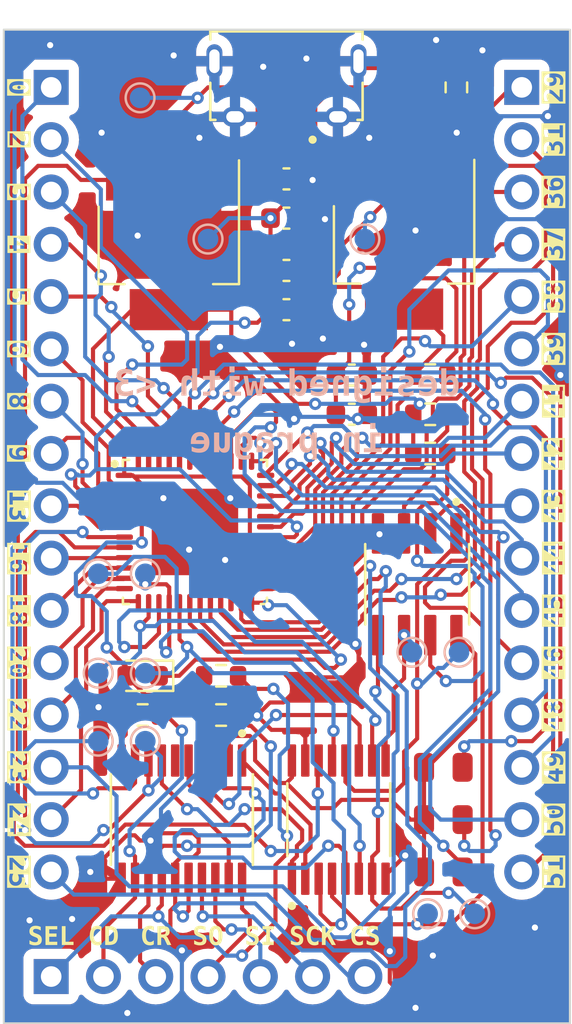
<source format=kicad_pcb>
(kicad_pcb (version 20221018) (generator pcbnew)
  (layers (0 "F.Cu" signal) (31 "B.Cu" signal) (34 "B.Paste" user) (35 "F.Paste" user) (36 "B.SilkS" user "B.Silkscreen") (37 "F.SilkS" user "F.Silkscreen") (38 "B.Mask" user) (39 "F.Mask" user) (44 "Edge.Cuts" user))
  (net 0 "")
  (net 1 "+5V")
  (net 2 "GND")
  (net 3 "+3V3")
  (net 4 "+1V2")
  (net 5 "Net-(U3-VCCPLL)")
  (net 6 "Net-(D1-A)")
  (net 7 "Net-(D2-K)")
  (net 8 "Net-(D3-K)")
  (net 9 "Net-(D4-K)")
  (net 10 "Net-(D5-K)")
  (net 14 "Net-(J2-Pin_1)")
  (net 15 "Net-(J2-Pin_2)")
  (net 16 "Net-(J2-Pin_3)")
  (net 17 "Net-(J2-Pin_4)")
  (net 18 "Net-(J2-Pin_5)")
  (net 19 "Net-(J2-Pin_6)")
  (net 20 "/FPGA/IO0")
  (net 21 "/FPGA/IO2")
  (net 22 "/FPGA/IO3")
  (net 23 "/FPGA/IO4")
  (net 24 "/FPGA/IO5")
  (net 25 "/FPGA/IO6")
  (net 26 "/FPGA/IO8")
  (net 27 "/FPGA/IO9")
  (net 28 "/FPGA/IO13")
  (net 29 "/FPGA/IO16")
  (net 30 "/FPGA/IO18")
  (net 31 "/FPGA/IO20")
  (net 32 "/FPGA/IO22")
  (net 33 "/FPGA/IO23")
  (net 34 "/FPGA/IO24")
  (net 35 "/FPGA/IO25")
  (net 36 "/FPGA/IO29")
  (net 37 "/FPGA/IO31")
  (net 38 "/FPGA/IO36")
  (net 39 "/FPGA/IO37")
  (net 40 "/FPGA/IO38")
  (net 41 "/FPGA/IO39")
  (net 42 "/FPGA/IO41")
  (net 43 "/FPGA/IO42")
  (net 44 "/FPGA/IO43")
  (net 45 "/FPGA/IO44")
  (net 46 "/FPGA/IO45")
  (net 47 "/FPGA/IO46")
  (net 48 "/FPGA/IO48")
  (net 49 "/FPGA/IO49")
  (net 50 "/FPGA/IO50")
  (net 51 "/FPGA/IO51")
  (net 52 "Net-(U4-~{WP})")
  (net 53 "Net-(U4-~{HOLD})")
  (net 54 "/FPGA/FPGA_CDONE")
  (net 55 "/FPGA/FPGA_CRESET")
  (net 56 "/FPGA/FPGA_SPI_SI")
  (net 57 "/FPGA/FPGA_SPI_SO")
  (net 58 "/FPGA/FPGA_SPI_SCK")
  (net 59 "/FPGA/FPGA_SPI_CS")
  (net 60 "/FPGA/FLASH_SPI_CS")
  (net 61 "/FPGA/FLASH_SPI_SCK")
  (net 62 "/FPGA/FLASH_SPI_SI")
  (net 63 "/FPGA/FLASH_SPI_SO")
  (net 64 "/FPGA/CONN_SPI_SO")
  (net 65 "/FPGA/CONN_SPI_SI")
  (net 66 "/FPGA/CONN_SPI_SCK")
  (net 67 "/FPGA/CONN_SPI_CS")
  (net 69 "Net-(J2-Pin_7)")
  (net 70 "/FPGA/SPI_SELECT")
  (footprint "Capacitor_SMD:C_0603_1608Metric" (layer "F.Cu") (at 192.405 64.77)
    (fp_text reference "C6" hide)
    (fp_text value "100nF")
  )
  (footprint "Capacitor_SMD:C_0603_1608Metric" (layer "F.Cu") (at 189.23 57.15)
    (fp_text reference "C2" hide)
    (fp_text value "10uF")
  )
  (footprint "Resistor_SMD:R_0603_1608Metric" (layer "F.Cu") (at 196.215 64.77)
    (fp_text reference "R2" hide)
    (fp_text value "470R")
  )
  (footprint "Resistor_SMD:R_0603_1608Metric" (layer "F.Cu") (at 182.245 81.28)
    (fp_text reference "R3" hide)
    (fp_text value "10k")
  )
  (footprint "Diode_SMD:D_0603_1608Metric" (layer "F.Cu") (at 182.245 79.375 180)
    (fp_text reference "D2" hide)
    (fp_text value "D")
  )
  (footprint "Capacitor_SMD:C_0603_1608Metric" (layer "F.Cu") (at 189.23 61.595)
    (fp_text reference "C4" hide)
    (fp_text value "10uF")
  )
  (footprint "LED_SMD:LED_0805_2012Metric" (layer "F.Cu") (at 196.85 88.9 180)
    (fp_text reference "D5" hide)
    (fp_text value "B")
  )
  (footprint "Package_SO:SOP65P640X120-16N" (layer "F.Cu") (at 191.77 86.36 90)
    (fp_text reference "U5" hide)
    (fp_text value "CCBTLV3257MPWREP")
  )
  (footprint "Resistor_SMD:R_0603_1608Metric" (layer "F.Cu") (at 196.215 68.58)
    (fp_text reference "R7" hide)
    (fp_text value "10k")
  )
  (footprint "Package_TO_SOT_SMD:SOT-223-3_TabPin2" (layer "F.Cu") (at 183.515 58.445 -90)
    (fp_text reference "U1" hide)
    (fp_text value "AMS1117-3.3")
  )
  (footprint "Capacitor_SMD:C_0603_1608Metric" (layer "F.Cu") (at 192.405 66.675)
    (fp_text reference "C5" hide)
    (fp_text value "10uF")
  )
  (footprint "Package_SO:SOP65P640X120-20N" (layer "F.Cu") (at 184.15 86.36 -90)
    (fp_text reference "U6" hide)
    (fp_text value "TXS0108EPWR")
  )
  (footprint "Package_SO:SOIC127P599X175-8N" (layer "F.Cu") (at 195.58 74.93 -90)
    (fp_text reference "U4" hide)
    (fp_text value "AT25DN011-SSHF-T")
  )
  (footprint "Resistor_SMD:R_0603_1608Metric" (layer "F.Cu") (at 196.215 66.675)
    (fp_text reference "R6" hide)
    (fp_text value "10k")
  )
  (footprint "LED_SMD:LED_0805_2012Metric" (layer "F.Cu") (at 196.85 86.36 180)
    (fp_text reference "D4" hide)
    (fp_text value "G")
  )
  (footprint "LED_SMD:LED_0805_2012Metric" (layer "F.Cu") (at 196.85 83.82 180)
    (fp_text reference "D3" hide)
    (fp_text value "R")
  )
  (footprint "Package_TO_SOT_SMD:SOT-223-3_TabPin2" (layer "F.Cu") (at 194.945 58.42 -90)
    (fp_text reference "U2" hide)
    (fp_text value "AMS1117-1.2")
  )
  (footprint "Resistor_SMD:R_0603_1608Metric" (layer "F.Cu") (at 186.055 81.28)
    (fp_text reference "R4" hide)
    (fp_text value "10k")
  )
  (footprint "Connector_USB:AMPHENOL_10118194-0011LF" (layer "F.Cu") (at 189.23 49.53 180)
    (fp_text reference "J1" hide)
    (fp_text value "10118194-0011LF")
  )
  (footprint "Resistor_SMD:R_0603_1608Metric" (layer "F.Cu") (at 197.485 50.8 -90)
    (fp_text reference "R1" hide)
    (fp_text value "740R")
  )
  (footprint "Capacitor_SMD:C_0603_1608Metric" (layer "F.Cu") (at 189.23 59.69)
    (fp_text reference "C3" hide)
    (fp_text value "10uF")
  )
  (footprint "Connector_PinHeader_2.54mm:PinHeader_1x16_P2.54mm_Vertical" (layer "F.Cu") (at 200.66 50.8)
    (fp_text reference "J4" hide)
    (fp_text value "Header 2")
  )
  (footprint "Capacitor_SMD:C_0603_1608Metric" (layer "F.Cu") (at 189.23 55.245)
    (fp_text reference "C1" hide)
    (fp_text value "10uF")
  )
  (footprint "Connector_PinHeader_2.54mm:PinHeader_1x16_P2.54mm_Vertical" (layer "F.Cu") (at 177.8 50.8)
    (fp_text reference "J3" hide)
    (fp_text value "Header 1")
  )
  (footprint "Resistor_SMD:R_0603_1608Metric" (layer "F.Cu") (at 186.055 79.375)
    (fp_text reference "R5" hide)
    (fp_text value "10k")
  )
  (footprint "Package_DFN_QFN:QFN50P700X700X100-49N" (layer "F.Cu") (at 184.785 72.39)
    (fp_text reference "U3" hide)
    (fp_text value "ICE5LP1K-SG48ITR")
  )
  (footprint "Connector_PinHeader_2.54mm:PinHeader_1x07_P2.54mm_Vertical" (layer "F.Cu") (at 177.8 93.98 90)
    (fp_text reference "J2" hide)
    (fp_text value "Flash")
  )
  (footprint "LED_SMD:LED_0805_2012Metric" (layer "F.Cu") (at 194.945 50.8 -90)
    (fp_text reference "D1" hide)
    (fp_text value "LED")
  )
  (footprint "TestPoint:TestPoint_Pad_D1.0mm" (layer "B.Cu") (at 198.374 90.932 180)
    (fp_text reference "TP12" hide)
    (fp_text value "FLASH_SI" hide)
  )
  (footprint "TestPoint:TestPoint_Pad_D1.0mm" (layer "B.Cu") (at 182.118 51.308 180)
    (fp_text reference "TP1" hide)
    (fp_text value "5V" hide)
  )
  (footprint "TestPoint:TestPoint_Pad_D1.0mm" (layer "B.Cu") (at 182.372 79.248 180)
    (fp_text reference "TP7" hide)
    (fp_text value "FPGA_SO" hide)
  )
  (footprint "TestPoint:TestPoint_Pad_D1.0mm" (layer "B.Cu") (at 180.086 79.248 180)
    (fp_text reference "TP6" hide)
    (fp_text value "FPGA_SI" hide)
  )
  (footprint "TestPoint:TestPoint_Pad_D1.0mm" (layer "B.Cu") (at 193.04 58.166 180)
    (fp_text reference "TP3" hide)
    (fp_text value "1V2" hide)
  )
  (footprint "TestPoint:TestPoint_Pad_D1.0mm" (layer "B.Cu") (at 195.326 78.232 180)
    (fp_text reference "TP11" hide)
    (fp_text value "FLASH_SCK" hide)
  )
  (footprint "TestPoint:TestPoint_Pad_D1.0mm" (layer "B.Cu") (at 182.372 74.422 180)
    (fp_text reference "TP9" hide)
    (fp_text value "FPGA_CS" hide)
  )
  (footprint "TestPoint:TestPoint_Pad_D1.0mm" (layer "B.Cu") (at 185.42 58.166 180)
    (fp_text reference "TP2" hide)
    (fp_text value "3V3" hide)
  )
  (footprint "TestPoint:TestPoint_Pad_D1.0mm" (layer "B.Cu") (at 182.372 82.55 180)
    (fp_text reference "TP5" hide)
    (fp_text value "CRESET" hide)
  )
  (footprint "TestPoint:TestPoint_Pad_D1.0mm" (layer "B.Cu") (at 180.086 74.422 180)
    (fp_text reference "TP8" hide)
    (fp_text value "FPGA_SCK" hide)
  )
  (footprint "TestPoint:TestPoint_Pad_D1.0mm" (layer "B.Cu") (at 196.088 90.932 180)
    (fp_text reference "TP13" hide)
    (fp_text value "FLASH_SO" hide)
  )
  (footprint "TestPoint:TestPoint_Pad_D1.0mm" (layer "B.Cu") (at 180.086 82.55 180)
    (fp_text reference "TP4" hide)
    (fp_text value "CDONE" hide)
  )
  (footprint "TestPoint:TestPoint_Pad_D1.0mm" (layer "B.Cu") (at 197.612 78.232 180)
    (fp_text reference "TP10" hide)
    (fp_text value "FLASH_CS" hide)
  )
  (gr_line (start 175.5 96.25) (end 203 96.25) (stroke (width 0.1)) (layer "Edge.Cuts"))
  (gr_line (start 175.5 48) (end 175.5 96.25) (stroke (width 0.1)) (layer "Edge.Cuts"))
  (gr_line (start 203 48) (end 175.5 48) (stroke (width 0.1)) (layer "Edge.Cuts"))
  (gr_line (start 203 96.25) (end 203 48) (stroke (width 0.1)) (layer "Edge.Cuts"))
  (gr_text "in prague" (at 189.25 68) (layer "B.SilkS") (effects (font (size 1.25 1.25) (thickness 0.25) bold) (justify mirror)))
  (gr_text "designed with <3" (at 189.25 65.25) (layer "B.SilkS") (effects (font (size 1.25 1.25) (thickness 0.25) bold) (justify mirror)))
  (gr_text "4" (at 176.149 58.42 270) (layer "F.SilkS" knockout) (effects (font (size 0.9 0.9) (thickness 0.16) bold)))
  (gr_text "6" (at 176.149 63.5 270) (layer "F.SilkS" knockout) (effects (font (size 0.9 0.9) (thickness 0.16) bold)))
  (gr_text "8" (at 176.149 66.04 270) (layer "F.SilkS" knockout) (effects (font (size 0.9 0.9) (thickness 0.16) bold)))
  (gr_text "41" (at 202.2856 66.04 90) (layer "F.SilkS" knockout) (effects (font (size 0.9 0.9) (thickness 0.16) bold)))
  (gr_text "22" (at 176.149 81.28 270) (layer "F.SilkS" knockout) (effects (font (size 0.9 0.9) (thickness 0.16) bold)))
  (gr_text "50" (at 202.2856 86.36 90) (layer "F.SilkS" knockout) (effects (font (size 0.9 0.9) (thickness 0.16) bold)))
  (gr_text "9" (at 176.149 68.58 270) (layer "F.SilkS" knockout) (effects (font (size 0.9 0.9) (thickness 0.16) bold)))
  (gr_text "48" (at 202.2856 81.28 90) (layer "F.SilkS" knockout) (effects (font (size 0.9 0.9) (thickness 0.16) bold)))
  (gr_text "42" (at 202.2856 68.58 90) (layer "F.SilkS" knockout) (effects (font (size 0.9 0.9) (thickness 0.16) bold)))
  (gr_text "SI" (at 187.96 92.075) (layer "F.SilkS") (effects (font (size 0.9 0.9) (thickness 0.18) bold)))
  (gr_text "49" (at 202.2856 83.82 90) (layer "F.SilkS" knockout) (effects (font (size 0.9 0.9) (thickness 0.16) bold)))
  (gr_text "0" (at 176.149 50.8 270) (layer "F.SilkS" knockout) (effects (font (size 0.9 0.9) (thickness 0.16) bold)))
  (gr_text "24" (at 176.149 86.36 270) (layer "F.SilkS" knockout) (effects (font (size 0.9 0.9) (thickness 0.16) bold)))
  (gr_text "SEL" (at 177.8 92.075) (layer "F.SilkS") (effects (font (size 0.9 0.9) (thickness 0.18) bold)))
  (gr_text "3" (at 176.149 55.88 270) (layer "F.SilkS" knockout) (effects (font (size 0.9 0.9) (thickness 0.16) bold)))
  (gr_text "31" (at 202.2856 53.34 90) (layer "F.SilkS" knockout) (effects (font (size 0.9 0.9) (thickness 0.16) bold)))
  (gr_text "SO" (at 185.42 92.075) (layer "F.SilkS") (effects (font (size 0.9 0.9) (thickness 0.18) bold)))
  (gr_text "2" (at 176.149 53.34 270) (layer "F.SilkS" knockout) (effects (font (size 0.9 0.9) (thickness 0.16) bold)))
  (gr_text "36" (at 202.2856 55.88 90) (layer "F.SilkS" knockout) (effects (font (size 0.9 0.9) (thickness 0.16) bold)))
  (gr_text "29" (at 202.2856 50.8 90) (layer "F.SilkS" knockout) (effects (font (size 0.9 0.9) (thickness 0.16) bold)))
  (gr_text "23" (at 176.149 83.82 270) (layer "F.SilkS" knockout) (effects (font (size 0.9 0.9) (thickness 0.16) bold)))
  (gr_text "CS" (at 193.04 92.075) (layer "F.SilkS") (effects (font (size 0.9 0.9) (thickness 0.18) bold)))
  (gr_text "43" (at 202.2856 71.12 90) (layer "F.SilkS" knockout) (effects (font (size 0.9 0.9) (thickness 0.16) bold)))
  (gr_text "25" (at 176.149 88.9 270) (layer "F.SilkS" knockout) (effects (font (size 0.9 0.9) (thickness 0.16) bold)))
  (gr_text "51" (at 202.2856 88.9 90) (layer "F.SilkS" knockout) (effects (font (size 0.9 0.9) (thickness 0.16) bold)))
  (gr_text "20" (at 176.149 78.74 270) (layer "F.SilkS" knockout) (effects (font (size 0.9 0.9) (thickness 0.16) bold)))
  (gr_text "18" (at 176.149 76.2 270) (layer "F.SilkS" knockout) (effects (font (size 0.9 0.9) (thickness 0.16) bold)))
  (gr_text "CR" (at 182.88 92.075) (layer "F.SilkS") (effects (font (size 0.9 0.9) (thickness 0.18) bold)))
  (gr_text "38" (at 202.2856 60.96 90) (layer "F.SilkS" knockout) (effects (font (size 0.9 0.9) (thickness 0.16) bold)))
  (gr_text "13" (at 176.149 71.12 270) (layer "F.SilkS" knockout) (effects (font (size 0.9 0.9) (thickness 0.16) bold)))
  (gr_text "5" (at 176.149 60.96 270) (layer "F.SilkS" knockout) (effects (font (size 0.9 0.9) (thickness 0.16) bold)))
  (gr_text "CD" (at 180.34 92.075) (layer "F.SilkS") (effects (font (size 0.9 0.9) (thickness 0.18) bold)))
  (gr_text "45" (at 202.2856 76.2 90) (layer "F.SilkS" knockout) (effects (font (size 0.9 0.9) (thickness 0.16) bold)))
  (gr_text "37" (at 202.2856 58.42 90) (layer "F.SilkS" knockout) (effects (font (size 0.9 0.9) (thickness 0.16) bold)))
  (gr_text "39" (at 202.2856 63.5 90) (layer "F.SilkS" knockout) (effects (font (size 0.9 0.9) (thickness 0.16) bold)))
  (gr_text "SCK" (at 190.5 92.075) (layer "F.SilkS") (effects (font (size 0.9 0.9) (thickness 0.18) bold)))
  (gr_text "16" (at 176.149 73.66 270) (layer "F.SilkS" knockout) (effects (font (size 0.9 0.9) (thickness 0.16) bold)))
  (gr_text "46" (at 202.2856 78.74 90) (layer "F.SilkS" knockout) (effects (font (size 0.9 0.9) (thickness 0.16) bold)))
  (gr_text "44" (at 202.2856 73.66 90) (layer "F.SilkS" knockout) (effects (font (size 0.9 0.9) (thickness 0.16) bold)))
  (segment (start 190.53 52.205) (end 190.53 51.786) (width 0.2) (layer "F.Cu") (net 1))
  (segment (start 185.42 50.8) (end 191.516 50.8) (width 0.2) (layer "F.Cu") (net 1))
  (segment (start 181.215 55.295) (end 181.215 55.005) (width 0.2) (layer "F.Cu") (net 1))
  (segment (start 178.562 54.61) (end 179.247 55.295) (width 0.2) (layer "F.Cu") (net 1))
  (segment (start 176.18 86.106) (end 176.18 70.008) (width 0.2) (layer "F.Cu") (net 1))
  (segment (start 185.5584 86.6) (end 181.4 86.6) (width 0.2) (layer "F.Cu") (net 1))
  (segment (start 179.247 55.295) (end 181.215 55.295) (width 0.2) (layer "F.Cu") (net 1))
  (segment (start 176.53 55.245) (end 177.165 54.61) (width 0.2) (layer "F.Cu") (net 1))
  (segment (start 181.4 86.6) (end 180.37 87.63) (width 0.2) (layer "F.Cu") (net 1))
  (segment (start 181.215 55.005) (end 184.912 51.308) (width 0.2) (layer "F.Cu") (net 1))
  (segment (start 176.022 69.342) (end 176.53 68.834) (width 0.2) (layer "F.Cu") (net 1))
  (segment (start 175.98 87.095818) (end 175.98 86.306) (width 0.2) (layer "F.Cu") (net 1))
  (segment (start 188.455 55.245) (end 190.53 53.17) (width 0.2) (layer "F.Cu") (net 1))
  (segment (start 176.022 69.85) (end 176.022 69.342) (width 0.2) (layer "F.Cu") (net 1))
  (segment (start 186.425 87.4666) (end 185.5584 86.6) (width 0.2) (layer "F.Cu") (net 1))
  (segment (start 196.66 50.8) (end 197.485 49.975) (width 0.2) (layer "F.Cu") (net 1))
  (segment (start 186.425 89.23) (end 186.425 87.4666) (width 0.2) (layer "F.Cu") (net 1))
  (segment (start 180.37 87.63) (end 176.514182 87.63) (width 0.2) (layer "F.Cu") (net 1))
  (segment (start 176.514182 87.63) (end 175.98 87.095818) (width 0.2) (layer "F.Cu") (net 1))
  (segment (start 177.165 54.61) (end 178.562 54.61) (width 0.2) (layer "F.Cu") (net 1))
  (segment (start 184.912 51.308) (end 185.42 50.8) (width 0.2) (layer "F.Cu") (net 1))
  (segment (start 191.516 50.8) (end 196.66 50.8) (width 0.2) (layer "F.Cu") (net 1))
  (segment (start 176.18 70.008) (end 176.022 69.85) (width 0.2) (layer "F.Cu") (net 1))
  (segment (start 190.53 51.786) (end 191.516 50.8) (width 0.2) (layer "F.Cu") (net 1))
  (segment (start 190.53 53.17) (end 190.53 52.205) (width 0.2) (layer "F.Cu") (net 1))
  (segment (start 176.53 68.834) (end 176.53 55.245) (width 0.2) (layer "F.Cu") (net 1))
  (segment (start 175.98 86.306) (end 176.18 86.106) (width 0.2) (layer "F.Cu") (net 1))
  (via (at 184.912 51.308) (size 0.6) (drill 0.3) (layers "F.Cu" "B.Cu") (net 1))
  (segment (start 182.118 51.308) (end 184.912 51.308) (width 0.2) (layer "B.Cu") (net 1))
  (segment (start 192.7352 77.978) (end 192.5828 77.8256) (width 0.2) (layer "F.Cu") (net 2))
  (segment (start 184.7088 88.1888) (end 184.9628 87.9348) (width 0.2) (layer "F.Cu") (net 2))
  (segment (start 185.15 53.4) (end 185 53.25) (width 0.2) (layer "F.Cu") (net 2))
  (segment (start 183.825 88.463) (end 184.0992 88.1888) (width 0.2) (layer "F.Cu") (net 2))
  (segment (start 190.145 82.345) (end 190.145 83.49) (width 0.2) (layer "F.Cu") (net 2))
  (segment (start 184.9628 87.9348) (end 184.9628 87.2744) (width 0.2) (layer "F.Cu") (net 2))
  (segment (start 192.7352 78.74) (end 192.7352 77.978) (width 0.2) (layer "F.Cu") (net 2))
  (segment (start 191 63) (end 190.005 62.005) (width 0.2) (layer "F.Cu") (net 2))
  (segment (start 192.024 79.4512) (end 192.7352 78.74) (width 0.2) (layer "F.Cu") (net 2))
  (segment (start 190.005 62.005) (end 190.005 61.595) (width 0.2) (layer "F.Cu") (net 2))
  (segment (start 180.03 89.23) (end 179.7 88.9) (width 0.2) (layer "F.Cu") (net 2))
  (segment (start 182.118 87.376) (end 182.626 87.376) (width 0.2) (layer "F.Cu") (net 2))
  (segment (start 192.7 66.9) (end 192.955 66.9) (width 0.2) (layer "F.Cu") (net 2))
  (segment (start 201.93 52.197) (end 202.534 52.801) (width 0.2) (layer "F.Cu") (net 2))
  (segment (start 202.534 90.366) (end 201.3 91.6) (width 0.2) (layer "F.Cu") (net 2))
  (segment (start 187.93 52.205) (end 186.755 52.205) (width 0.2) (layer "F.Cu") (net 2))
  (segment (start 191.5668 79.4512) (end 192.024 79.4512) (width 0.2) (layer "F.Cu") (net 2))
  (segment (start 186.755 52.205) (end 186.73 52.23) (width 0.2) (layer "F.Cu") (net 2))
  (segment (start 194.25 94.25) (end 195.5 95.5) (width 0.2) (layer "F.Cu") (net 2))
  (segment (start 192.955 66.9) (end 193.18 66.675) (width 0.2) (layer "F.Cu") (net 2))
  (segment (start 189.8 82) (end 190.145 82.345) (width 0.2) (layer "F.Cu") (net 2))
  (segment (start 190.06 55.3) (end 190.005 55.245) (width 0.2) (layer "F.Cu") (net 2))
  (segment (start 190.2968 79.4512) (end 191.5668 79.4512) (width 0.2) (layer "F.Cu") (net 2))
  (segment (start 183.825 89.23) (end 183.825 88.463) (width 0.2) (layer "F.Cu") (net 2))
  (segment (start 184.9628 87.2744) (end 184.7088 87.0204) (width 0.2) (layer "F.Cu") (net 2))
  (segment (start 194.045 89.23) (end 194.045 89.055) (width 0.2) (layer "F.Cu") (net 2))
  (segment (start 184.7088 87.0204) (end 182.9816 87.0204) (width 0.2) (layer "F.Cu") (net 2))
  (segment (start 186.3 64.3) (end 187 64.3) (width 0.2) (layer "F.Cu") (net 2))
  (segment (start 183.5912 90.7796) (end 183.5912 91.3892) (width 0.2) (layer "F.Cu") (net 2))
  (segment (start 190.005 59.69) (end 190.005 57.15) (width 0.2) (layer "F.Cu") (net 2))
  (segment (start 188.5 82) (end 189.8 82) (width 0.2) (layer "F.Cu") (net 2))
  (segment (start 184.0992 88.1888) (end 184.7088 88.1888) (width 0.2) (layer "F.Cu") (net 2))
  (segment (start 194.25 92.75) (end 194.25 94.25) (width 0.2) (layer "F.Cu") (net 2))
  (segment (start 190.005 57.15) (end 191.05 57.15) (width 0.2) (layer "F.Cu") (net 2))
  (segment (start 183.6928 90.678) (end 183.5912 90.7796) (width 0.2) (layer "F.Cu") (net 2))
  (segment (start 190.5 55.3) (end 190.06 55.3) (width 0.2) (layer "F.Cu") (net 2))
  (segment (start 202.534 64.77) (end 202.534 90.366) (width 0.2) (layer "F.Cu") (net 2))
  (segment (start 202.534 52.801) (end 202.534 64.77) (width 0.2) (layer "F.Cu") (net 2))
  (segment (start 183.825 90.5458) (end 183.6928 90.678) (width 0.2) (layer "F.Cu") (net 2))
  (segment (start 193.0625 49.8625) (end 192.73 49.53) (width 0.2) (layer "F.Cu") (net 2))
  (segment (start 191.05 57.15) (end 191.1 57.2) (width 0.2) (layer "F.Cu") (net 2))
  (segment (start 183.5912 91.3892) (end 183.5912 92.202) (width 0.2) (layer "F.Cu") (net 2))
  (segment (start 187 64.3) (end 189.6 66.9) (width 0.2) (layer "F.Cu") (net 2))
  (segment (start 193.18 64.77) (end 193.18 63.48) (width 0.2) (layer "F.Cu") (net 2))
  (segment (start 179.7 88.9) (end 181.478 87.122) (width 0.2) (layer "F.Cu") (net 2))
  (segment (start 184.0992 92.71) (end 183.5912 92.202) (width 0.2) (layer "F.Cu") (net 2))
  (segment (start 183.825 89.23) (end 183.825 90.5458) (width 0.2) (layer "F.Cu") (net 2))
  (segment (start 187.8 81.3) (end 188.4296 80.6704) (width 0.2) (layer "F.Cu") (net 2))
  (segment (start 181.478 87.122) (end 181.864 87.122) (width 0.2) (layer "F.Cu") (net 2))
  (segment (start 184.15 92.71) (end 184.0992 92.71) (width 0.2) (layer "F.Cu") (net 2))
  (segment (start 186 64) (end 186.3 64.3) (width 0.2) (layer "F.Cu") (net 2))
  (segment (start 188.4296 80.6704) (end 189.0776 80.6704) (width 0.2) (layer "F.Cu") (net 2))
  (segment (start 182.9816 87.0204) (end 182.626 87.376) (width 0.2) (layer "F.Cu") (net 2))
  (segment (start 193.18 63.48) (end 193 63.3) (width 0.2) (layer "F.Cu") (net 2))
  (segment (start 186 63.4) (end 186 64) (width 0.2) (layer "F.Cu") (net 2))
  (segment (start 194.045 89.055) (end 195 88.1) (width 0.2) (layer "F.Cu") (net 2))
  (segment (start 181.225 89.23) (end 180.03 89.23) (width 0.2) (layer "F.Cu") (net 2))
  (segment (start 189.0776 80.6704) (end 190.2968 79.4512) (width 0.2) (layer "F.Cu") (net 2))
  (segment (start 181.864 87.122) (end 182.118 87.376) (width 0.2) (layer "F.Cu") (net 2))
  (segment (start 194.945 49.8625) (end 193.0625 49.8625) (width 0.2) (layer "F.Cu") (net 2))
  (segment (start 187.8 81.3) (end 188.5 82) (width 0.2) (layer "F.Cu") (net 2))
  (via (at 183.75 49.25) (size 0.6) (drill 0.3) (layers "F.Cu" "B.Cu") (net 2))
  (via (at 184.15 92.71) (size 0.6) (drill 0.3) (layers "F.Cu" "B.Cu") (net 2))
  (via (at 177.75 48.75) (size 0.6) (drill 0.3) (layers "F.Cu" "B.Cu") (net 2))
  (via (at 192.5828 77.8256) (size 0.6) (drill 0.3) (layers "F.Cu" "B.Cu") (net 2))
  (via (at 179.7 88.9) (size 0.6) (drill 0.3) (layers "F.Cu" "B.Cu") (net 2))
  (via (at 192.7 66.9) (size 0.6) (drill 0.3) (layers "F.Cu" "B.Cu") (net 2))
  (via (at 196.342 92.964) (size 0.6) (drill 0.3) (layers "F.Cu" "B.Cu") (net 2))
  (via (at 186 63.4) (size 0.6) (drill 0.3) (layers "F.Cu" "B.Cu") (net 2))
  (via (at 191.1 57.2) (size 0.6) (drill 0.3) (layers "F.Cu" "B.Cu") (net 2))
  (via (at 180.1 80.9) (size 0.6) (drill 0.3) (layers "F.Cu" "B.Cu") (net 2))
  (via (at 193.25 53.25) (size 0.6) (drill 0.3) (layers "F.Cu" "B.Cu") (net 2))
  (via (at 195.5 57.75) (size 0.6) (drill 0.3) (layers "F.Cu" "B.Cu") (net 2))
  (via (at 196.5 48.5) (size 0.6) (drill 0.3) (layers "F.Cu" "B.Cu") (net 2))
  (via (at 201.93 52.197) (size 0.6) (drill 0.3) (layers "F.Cu" "B.Cu") (net 2))
  (via (at 184.5 73.25) (size 0.6) (drill 0.3) (layers "F.Cu" "B.Cu") (net 2))
  (via (at 193 63.3) (size 0.6) (drill 0.3) (layers "F.Cu" "B.Cu") (net 2))
  (via (at 202.534 64.77) (size 0.6) (drill 0.3) (layers "F.Cu" "B.Cu") (net 2))
  (via (at 180.25 53) (size 0.6) (drill 0.3) (layers "F.Cu" "B.Cu") (net 2))
  (via (at 193.75 72.5) (size 0.6) (drill 0.3) (layers "F.Cu" "B.Cu") (net 2))
  (via (at 178.816 91.186) (size 0.6) (drill 0.3) (layers "F.Cu" "B.Cu") (net 2))
  (via (at 201.3 91.6) (size 0.6) (drill 0.3) (layers "F.Cu" "B.Cu") (net 2))
  (via (at 195.5 95.5) (size 0.6) (drill 0.3) (layers "F.Cu" "B.Cu") (net 2))
  (via (at 183.25 70.75) (size 0.6) (drill 0.3) (layers "F.Cu" "B.Cu") (net 2))
  (via (at 188.1 49.8) (size 0.6) (drill 0.3) (layers "F.Cu" "B.Cu") (net 2))
  (via (at 189.5 63.25) (size 0.6) (drill 0.3) (layers "F.Cu" "B.Cu") (net 2))
  (via (at 182.626 87.376) (size 0.6) (drill 0.3) (layers "F.Cu" "B.Cu") (net 2))
  (via (at 195 88.1) (size 0.6) (drill 0.3) (layers "F.Cu" "B.Cu") (net 2))
  (via (at 182 58) (size 0.6) (drill 0.3) (layers "F.Cu" "B.Cu") (net 2))
  (via (at 194.25 92.75) (size 0.6) (drill 0.3) (layers "F.Cu" "B.Cu") (net 2))
  (via (at 190.2 49.4) (size 0.6) (drill 0.3) (layers "F.Cu" "B.Cu") (net 2))
  (via (at 176.75 91.25) (size 0.6) (drill 0.3) (layers "F.Cu" "B.Cu") (net 2))
  (via (at 191 63) (size 0.6) (drill 0.3) (layers "F.Cu" "B.Cu") (net 2))
  (via (at 186.5 70.75) (size 0.6) (drill 0.3) (layers "F.Cu" "B.Cu") (net 2))
  (via (at 186.25 73.75) (size 0.6) (drill 0.3) (layers "F.Cu" "B.Cu") (net 2))
  (via (at 185 53.25) (size 0.6) (drill 0.3) (layers "F.Cu" "B.Cu") (net 2))
  (via (at 189.6 66.9) (size 0.6) (drill 0.3) (layers "F.Cu" "B.Cu") (net 2))
  (via (at 187.8 81.3) (size 0.6) (drill 0.3) (layers "F.Cu" "B.Cu") (net 2))
  (via (at 190.5 55.3) (size 0.6) (drill 0.3) (layers "F.Cu" "B.Cu") (net 2))
  (via (at 181.5 95.75) (size 0.6) (drill 0.3) (layers "F.Cu" "B.Cu") (net 2))
  (via (at 198.75 49) (size 0.6) (drill 0.3) (layers "F.Cu" "B.Cu") (net 2))
  (via (at 197.5 53) (size 0.6) (drill 0.3) (layers "F.Cu" "B.Cu") (net 2))
  (segment (start 186.5 67.8) (end 187.6 66.7) (width 0.2) (layer "B.Cu") (net 2))
  (segment (start 198.3 52.2) (end 201.927 52.2) (width 0.2) (layer "B.Cu") (net 2))
  (segment (start 184.912 81.3) (end 187.8 81.3) (width 0.2) (layer "B.Cu") (net 2))
  (segment (start 194.25 90.75) (end 194.25 92.75) (width 0.2) (layer "B.Cu") (net 2))
  (segment (start 177.0888 70.0024) (end 176.022 68.9356) (width 0.2) (layer "B.Cu") (net 2))
  (segment (start 176.022 68.9356) (end 176.022 68.834) (width 0.2) (layer "B.Cu") (net 2))
  (segment (start 190.754 73.75) (end 192.5 73.75) (width 0.2) (layer "B.Cu") (net 2))
  (segment (start 189.2 66.9) (end 189 66.7) (width 0.2) (layer "B.Cu") (net 2))
  (segment (start 176.022 73.083026) (end 175.9204 73.184626) (width 0.2) (layer "B.Cu") (net 2))
  (segment (start 192.5828 75.5788) (end 190.754 73.75) (width 0.2) (layer "B.Cu") (net 2))
  (segment (start 189 66.7) (end 187.6 66.7) (width 0.2) (layer "B.Cu") (net 2))
  (segment (start 184.912 84.074) (end 183.134 85.852) (width 0.2) (layer "B.Cu") (net 2))
  (segment (start 176.022 68.834) (end 176.022 73.083026) (width 0.2) (layer "B.Cu") (net 2))
  (segment (start 192.5 73.75) (end 193.75 72.5) (width 0.2) (layer "B.Cu") (net 2))
  (segment (start 195.5 57.75) (end 198.8408 57.75) (width 0.2) (layer "B.Cu") (net 2))
  (segment (start 195 88.1) (end 195.1 88.2) (width 0.2) (layer "B.Cu") (net 2))
  (segment (start 190.6 63.4) (end 186 63.4) (width 0.2) (layer "B.Cu") (net 2))
  (segment (start 177.564 48.75) (end 176.022 50.292) (width 0.2) (layer "B.Cu") (net 2))
  (segment (start 192.6 66.8) (end 192.7 66.9) (width 0.2) (layer "B.Cu") (net 2))
  (segment (start 202.534 58.3128) (end 202.534 64.77) (width 0.2) (layer "B.Cu") (net 2))
  (segment (start 191.3 63.3) (end 191 63) (width 0.2) (layer "B.Cu") (net 2))
  (segment (start 192.2 66.8) (end 189.7 66.8) (width 0.2) (layer "B.Cu") (net 2))
  (segment (start 195.1 88.2) (end 195.1 89.9) (width 0.2) (layer "B.Cu") (net 2))
  (segment (start 180.1 80.9) (end 180.5 81.3) (width 0.2) (layer "B.Cu") (net 2))
  (segment (start 189.7 66.8) (end 189.6 66.9) (width 0.2) (layer "B.Cu") (net 2))
  (segment (start 183.25 70.75) (end 179.1064 70.75) (width 0.2) (layer "B.Cu") (net 2))
  (segment (start 186.5 70.75) (end 186.5 67.8) (width 0.2) (layer "B.Cu") (net 2))
  (segment (start 201.422 57.2008) (end 202.534 58.3128) (width 0.2) (layer "B.Cu") (net 2))
  (segment (start 201.927 52.2) (end 201.93 52.197) (width 0.2) (layer "B.Cu") (net 2))
  (segment (start 192.7 66.9) (end 192.3 66.9) (width 0.2) (layer "B.Cu") (net 2))
  (segment (start 184.15 94.742) (end 184.15 92.71) (width 0.2) (layer "B.Cu") (net 2))
  (segment (start 198.8408 57.75) (end 199.39 57.2008) (width 0.2) (layer "B.Cu") (net 2))
  (segment (start 195.1 89.9) (end 194.25 90.75) (width 0.2) (layer "B.Cu") (net 2))
  (segment (start 184.15 94.742) (end 183.142 95.75) (width 0.2) (layer "B.Cu") (net 2))
  (segment (start 184.912 81.3) (end 184.912 84.074) (width 0.2) (layer "B.Cu") (net 2))
  (segment (start 184.5 72) (end 183.25 70.75) (width 0.2) (layer "B.Cu") (net 2))
  (segment (start 183.134 85.852) (end 183.134 86.868) (width 0.2) (layer "B.Cu") (net 2))
  (segment (start 189.6 66.9) (end 189.2 66.9) (width 0.2) (layer "B.Cu") (net 2))
  (segment (start 180.5 81.3) (end 184.912 81.3) (width 0.2) (layer "B.Cu") (net 2))
  (segment (start 184.5 73.25) (end 184.5 72) (width 0.2) (layer "B.Cu") (net 2))
  (segment (start 193 63.3) (end 191.3 63.3) (width 0.2) (layer "B.Cu") (net 2))
  (segment (start 199.39 57.2008) (end 201.422 57.2008) (width 0.2) (layer "B.Cu") (net 2))
  (segment (start 175.9204 90.4204) (end 176.75 91.25) (width 0.2) (layer "B.Cu") (net 2))
  (segment (start 183.134 86.868) (end 182.626 87.376) (width 0.2) (layer "B.Cu") (net 2))
  (segment (start 191.1 55.9) (end 190.5 55.3) (width 0.2) (layer "B.Cu") (net 2))
  (segment (start 192.3 66.9) (end 192.2 66.8) (width 0.2) (layer "B.Cu") (net 2))
  (segment (start 175.9204 73.184626) (end 175.9204 90.4204) (width 0.2) (layer "B.Cu") (net 2))
  (segment (start 198.3 52.2) (end 197.5 53) (width 0.2) (layer "B.Cu") (net 2))
  (segment (start 177.75 48.75) (end 177.564 48.75) (width 0.2) (layer "B.Cu") (net 2))
  (segment (start 192.5828 77.8256) (end 192.5828 75.5788) (width 0.2) (layer "B.Cu") (net 2))
  (segment (start 186.25 73.75) (end 190.754 73.75) (width 0.2) (layer "B.Cu") (net 2))
  (segment (start 178.3588 70.0024) (end 177.0888 70.0024) (width 0.2) (layer "B.Cu") (net 2))
  (segment (start 191.1 57.2) (end 191.1 55.9) (width 0.2) (layer "B.Cu") (net 2))
  (segment (start 183.142 95.75) (end 181.5 95.75) (width 0.2) (layer "B.Cu") (net 2))
  (segment (start 176.022 50.292) (end 176.022 68.834) (width 0.2) (layer "B.Cu") (net 2))
  (segment (start 179.1064 70.75) (end 178.3588 70.0024) (width 0.2) (layer "B.Cu") (net 2))
  (segment (start 191 63) (end 190.6 63.4) (width 0.2) (layer "B.Cu") (net 2))
  (segment (start 187.452 71.12) (end 187.452 70.104) (width 0.2) (layer "F.Cu") (net 3))
  (segment (start 195.961 83.82) (end 195.9125 83.82) (width 0.2) (layer "F.Cu") (net 3))
  (segment (start 186.55 62.979) (end 189.738 66.167) (width 0.2) (layer "F.Cu") (net 3))
  (segment (start 182.2 70.076313) (end 181.823687 69.7) (width 0.2) (layer "F.Cu") (net 3))
  (segment (start 187.048 75.08) (end 186.794 75.08) (width 0.2) (layer "F.Cu") (net 3))
  (segment (start 184.38 81.28) (end 183.4 80.3) (width 0.2) (layer "F.Cu") (net 3))
  (segment (start 195.26 86.36) (end 194.3 85.4) (width 0.2) (layer "F.Cu") (net 3))
  (segment (start 190.448 85.8) (end 189.23 84.582) (width 0.2) (layer "F.Cu") (net 3))
  (segment (start 181.42 79.4125) (end 181.4575 79.375) (width 0.2) (layer "F.Cu") (net 3))
  (segment (start 181.4575 79.375) (end 181.4575 78.9575) (width 0.2) (layer "F.Cu") (net 3))
  (segment (start 185.23 81.28) (end 184.38 81.28) (width 0.2) (layer "F.Cu") (net 3))
  (segment (start 181.42 82.232) (end 181.225 82.427) (width 0.2) (layer "F.Cu") (net 3))
  (segment (start 187.048 69.7) (end 181.823687 69.7) (width 0.2) (layer "F.Cu") (net 3))
  (segment (start 187.706 82.55) (end 187.706 83.484604) (width 0.2) (layer "F.Cu") (net 3))
  (segment (start 187.472 71.14) (end 187.452 71.16) (width 0.2) (layer "F.Cu") (net 3))
  (segment (start 181.737 61.595) (end 179.832 63.5) (width 0.2) (layer "F.Cu") (net 3))
  (segment (start 198.405 78.32) (end 197.485 77.4) (width 0.2) (layer "F.Cu") (net 3))
  (segment (start 182.3825 80.3) (end 181.4575 79.375) (width 0.2) (layer "F.Cu") (net 3))
  (segment (start 181.35 69.64) (end 181.35 68.32) (width 0.2) (layer "F.Cu") (net 3))
  (segment (start 181.35 68.32) (end 179.832 66.802) (width 0.2) (layer "F.Cu") (net 3))
  (segment (start 187.452 82.296) (end 187.706 82.55) (width 0.2) (layer "F.Cu") (net 3))
  (segment (start 187.452 74.676) (end 187.048 75.08) (width 0.2) (layer "F.Cu") (net 3))
  (segment (start 187.472 71.14) (end 187.452 71.12) (width 0.2) (layer "F.Cu") (net 3))
  (segment (start 187.452 70.104) (end 187.048 69.7) (width 0.2) (layer "F.Cu") (net 3))
  (segment (start 186.794 75.08) (end 186.535 75.339) (width 0.2) (layer "F.Cu") (net 3))
  (segment (start 195.39 66.675) (end 195.39 68.58) (width 0.2) (layer "F.Cu") (net 3))
  (segment (start 179.832 63.5) (end 179.832 66.802) (width 0.2) (layer "F.Cu") (net 3))
  (segment (start 186.425 82.475) (end 186.604 82.296) (width 0.2) (layer "F.Cu") (net 3))
  (segment (start 182.2 72.9) (end 182.2 70.076313) (width 0.2) (layer "F.Cu") (net 3))
  (segment (start 189.495 84.317) (end 189.495 83.49) (width 0.2) (layer "F.Cu") (net 3))
  (segment (start 194.3 85.4) (end 191.9 85.4) (width 0.2) (layer "F.Cu") (net 3))
  (segment (start 183.515 61.595) (end 186.55 61.595) (width 0.2) (layer "F.Cu") (net 3))
  (segment (start 183.515 61.595) (end 181.737 61.595) (width 0.2) (layer "F.Cu") (net 3))
  (segment (start 186.535 75.339) (end 186.535 75.825) (width 0.2) (layer "F.Cu") (net 3))
  (segment (start 195.9125 86.36) (end 195.9125 88.9) (width 0.2) (layer "F.Cu") (net 3))
  (segment (start 195.39 66.675) (end 195.39 66.484) (width 0.2) (layer "F.Cu") (net 3))
  (segment (start 181.823687 69.7) (end 181.763687 69.64) (width 0.2) (layer "F.Cu") (net 3))
  (segment (start 195.9125 83.82) (end 195.9125 86.36) (width 0.2) (layer "F.Cu") (net 3))
  (segment (start 181.225 82.427) (end 181.225 83.49) (width 0.2) (layer "F.Cu") (net 3))
  (segment (start 183.515 55.295) (end 183.515 61.595) (width 0.2) (layer "F.Cu") (net 3))
  (segment (start 188.803396 84.582) (end 189.23 84.582) (width 0.2) (layer "F.Cu") (net 3))
  (segment (start 181.4575 78.9575) (end 180.5 78) (width 0.2) (layer "F.Cu") (net 3))
  (segment (start 186.55 61.595) (end 186.55 62.979) (width 0.2) (layer "F.Cu") (net 3))
  (segment (start 191.5 85.8) (end 190.448 85.8) (width 0.2) (layer "F.Cu") (net 3))
  (segment (start 187.452 71.16) (end 187.452 74.676) (width 0.2) (layer "F.Cu") (net 3))
  (segment (start 195.9125 86.36) (end 195.26 86.36) (width 0.2) (layer "F.Cu") (net 3))
  (segment (start 181.42 81.28) (end 181.42 82.232) (width 0.2) (layer "F.Cu") (net 3))
  (segment (start 185.23 79.375) (end 185.23 81.28) (width 0.2) (layer "F.Cu") (net 3))
  (segment (start 186.604 82.296) (end 187.452 82.296) (width 0.2) (layer "F.Cu") (net 3))
  (segment (start 191.9 85.4) (end 191.5 85.8) (width 0.2) (layer "F.Cu") (net 3))
  (segment (start 181.763687 69.64) (end 181.35 69.64) (width 0.2) (layer "F.Cu") (net 3))
  (segment (start 186.425 82.475) (end 185.23 81.28) (width 0.2) (layer "F.Cu") (net 3))
  (segment (start 198.405 81.487182) (end 198.405 78.32) (width 0.2) (layer "F.Cu") (net 3))
  (segment (start 188.455 59.69) (end 188.455 57.15) (width 0.2) (layer "F.Cu") (net 3))
  (segment (start 187.706 83.484604) (end 188.803396 84.582) (width 0.2) (layer "F.Cu") (net 3))
  (segment (start 196.072182 83.82) (end 198.405 81.487182) (width 0.2) (layer "F.Cu") (net 3))
  (segment (start 181.42 81.28) (end 181.42 79.4125) (width 0.2) (layer "F.Cu") (net 3))
  (segment (start 195.39 66.484) (end 195.707 66.167) (width 0.2) (layer "F.Cu") (net 3))
  (segment (start 188.455 57.15) (end 189.255 56.35) (width 0.2) (layer "F.Cu") (net 3))
  (segment (start 189.23 84.582) (end 189.495 84.317) (width 0.2) (layer "F.Cu") (net 3))
  (segment (start 191.565 56.35) (end 192.645 55.27) (width 0.2) (layer "F.Cu") (net 3))
  (segment (start 195.9125 83.82) (end 196.072182 83.82) (width 0.2) (layer "F.Cu") (net 3))
  (segment (start 186.55 61.595) (end 188.455 59.69) (width 0.2) (layer "F.Cu") (net 3))
  (segment (start 183.4 80.3) (end 182.3825 80.3) (width 0.2) (layer "F.Cu") (net 3))
  (segment (start 186.425 83.49) (end 186.425 82.475) (width 0.2) (layer "F.Cu") (net 3))
  (segment (start 189.738 66.167) (end 190.627 66.167) (width 0.2) (layer "F.Cu") (net 3))
  (segment (start 188.22 71.14) (end 187.472 71.14) (width 0.2) (layer "F.Cu") (net 3))
  (segment (start 189.255 56.35) (end 191.565 56.35) (width 0.2) (layer "F.Cu") (net 3))
  (via (at 182.2 72.9) (size 0.6) (drill 0.3) (layers "F.Cu" "B.Cu") (net 3))
  (via (at 190.627 66.167) (size 0.6) (drill 0.3) (layers "F.Cu" "B.Cu") (net 3))
  (via (at 180.5 78) (size 0.6) (drill 0.3) (layers "F.Cu" "B.Cu") (net 3))
  (via (at 195.707 66.167) (size 0.6) (drill 0.3) (layers "F.Cu" "B.Cu") (net 3))
  (via (at 188.455 57.15) (size 0.6) (drill 0.3) (layers "F.Cu" "B.Cu") (net 3))
  (segment (start 179.1 75.5) (end 179 75.4) (width 0.2) (layer "B.Cu") (net 3))
  (segment (start 179 75.4) (end 179 74.4) (width 0.2) (layer "B.Cu") (net 3))
  (segment (start 180.5 72.9) (end 182.2 72.9) (width 0.2) (layer "B.Cu") (net 3))
  (segment (start 195.453 65.913) (end 195.707 66.167) (width 0.2) (layer "B.Cu") (net 3))
  (segment (start 194.056 66.167) (end 194.31 65.913) (width 0.2) (layer "B.Cu") (net 3))
  (segment (start 190.627 66.167) (end 194.056 66.167) (width 0.2) (layer "B.Cu") (net 3))
  (segment (start 186.436 57.15) (end 188.455 57.15) (width 0.2) (layer "B.Cu") (net 3))
  (segment (start 185.42 58.166) (end 186.436 57.15) (width 0.2) (layer "B.Cu") (net 3))
  (segment (start 179 74.4) (end 180.5 72.9) (width 0.2) (layer "B.Cu") (net 3))
  (segment (start 179.75 75.5) (end 179.1 75.5) (width 0.2) (layer "B.Cu") (net 3))
  (segment (start 194.31 65.913) (end 195.453 65.913) (width 0.2) (layer "B.Cu") (net 3))
  (segment (start 180.5 78) (end 180.5 76.25) (width 0.2) (layer "B.Cu") (net 3))
  (segment (start 180.5 76.25) (end 179.75 75.5) (width 0.2) (layer "B.Cu") (net 3))
  (segment (start 187.198 62.23) (end 187.82 62.23) (width 0.2) (layer "F.Cu") (net 4))
  (segment (start 194.945 61.57) (end 195.555 61.57) (width 0.2) (layer "F.Cu") (net 4))
  (segment (start 187.82 62.23) (end 188.455 61.595) (width 0.2) (layer "F.Cu") (net 4))
  (segment (start 191.135 60.49) (end 191.77 59.855) (width 0.2) (layer "F.Cu") (net 4))
  (segment (start 188.455 61.595) (end 189.56 60.49) (width 0.2) (layer "F.Cu") (net 4))
  (segment (start 189.56 60.49) (end 191.135 60.49) (width 0.2) (layer "F.Cu") (net 4))
  (segment (start 191.135 60.49) (end 193.865 60.49) (width 0.2) (layer "F.Cu") (net 4))
  (segment (start 194.945 55.27) (end 194.945 55.455) (width 0.2) (layer "F.Cu") (net 4))
  (segment (start 189.611 72.644) (end 188.224 72.644) (width 0.2) (layer "F.Cu") (net 4))
  (segment (start 178.9684 69.7992) (end 178.7652 69.596) (width 0.2) (layer "F.Cu") (net 4))
  (segment (start 180.4536 71.64) (end 178.9684 70.1548) (width 0.2) (layer "F.Cu") (net 4))
  (segment (start 178.9684 70.1548) (end 178.9684 69.7992) (width 0.2) (layer "F.Cu") (net 4))
  (segment (start 181.35 71.64) (end 180.4536 71.64) (width 0.2) (layer "F.Cu") (net 4))
  (segment (start 196.85 62.865) (end 196.85 63.31) (width 0.2) (layer "F.Cu") (net 4))
  (segment (start 196.85 63.31) (end 195.39 64.77) (width 0.2) (layer "F.Cu") (net 4))
  (segment (start 193.3 57.1) (end 191.77 58.63) (width 0.2) (layer "F.Cu") (net 4))
  (segment (start 195.555 61.57) (end 196.85 62.865) (width 0.2) (layer "F.Cu") (net 4))
  (segment (start 194.945 55.455) (end 193.3 57.1) (width 0.2) (layer "F.Cu") (net 4))
  (segment (start 188.224 72.644) (end 188.22 72.64) (width 0.2) (layer "F.Cu") (net 4))
  (segment (start 189.738 72.136) (end 189.738 72.517) (width 0.2) (layer "F.Cu") (net 4))
  (segment (start 193.865 60.49) (end 194.945 61.57) (width 0.2) (layer "F.Cu") (net 4))
  (segment (start 189.738 72.517) (end 189.611 72.644) (width 0.2) (layer "F.Cu") (net 4))
  (segment (start 191.77 58.63) (end 191.77 59.855) (width 0.2) (layer "F.Cu") (net 4))
  (via (at 178.7652 69.596) (size 0.6) (drill 0.3) (layers "F.Cu" "B.Cu") (net 4))
  (via (at 193.3 57.1) (size 0.6) (drill 0.3) (layers "F.Cu" "B.Cu") (net 4))
  (via (at 189.738 72.136) (size 0.6) (drill 0.3) (layers "F.Cu" "B.Cu") (net 4))
  (via (at 187.198 62.23) (size 0.6) (drill 0.3) (layers "F.Cu" "B.Cu") (net 4))
  (segment (start 181.102 66.675) (end 182.88 66.675) (width 0.2) (layer "B.Cu") (net 4))
  (segment (start 184.912 62.865) (end 185.547 62.23) (width 0.2) (layer "B.Cu") (net 4))
  (segment (start 184.912 64.643) (end 184.912 62.865) (width 0.2) (layer "B.Cu") (net 4))
  (segment (start 189.4332 71.8312) (end 189.738 72.136) (width 0.2) (layer "B.Cu") (net 4))
  (segment (start 178.7652 69.596) (end 179.07 69.596) (width 0.2) (layer "B.Cu") (net 4))
  (segment (start 179.07 69.596) (end 179.1208 69.6468) (width 0.2) (layer "B.Cu") (net 4))
  (segment (start 185.547 62.23) (end 187.198 62.23) (width 0.2) (layer "B.Cu") (net 4))
  (segment (start 179.6796 69.6468) (end 179.1208 69.6468) (width 0.2) (layer "B.Cu") (net 4))
  (segment (start 193.3 57.1) (end 193.04 57.36) (width 0.2) (layer "B.Cu") (net 4))
  (segment (start 186.5376 71.8312) (end 189.4332 71.8312) (width 0.2) (layer "B.Cu") (net 4))
  (segment (start 184.0484 69.342) (end 186.5376 71.8312) (width 0.2) (layer "B.Cu") (net 4))
  (segment (start 179.9844 69.342) (end 179.9844 67.7926) (width 0.2) (layer "B.Cu") (net 4))
  (segment (start 182.88 66.675) (end 184.912 64.643) (width 0.2) (layer "B.Cu") (net 4))
  (segment (start 179.9844 67.7926) (end 181.102 66.675) (width 0.2) (layer "B.Cu") (net 4))
  (segment (start 179.9844 69.342) (end 184.0484 69.342) (width 0.2) (layer "B.Cu") (net 4))
  (segment (start 193.04 57.36) (end 193.04 58.166) (width 0.2) (layer "B.Cu") (net 4))
  (segment (start 179.9844 69.342) (end 179.6796 69.6468) (width 0.2) (layer "B.Cu") (net 4))
  (segment (start 191.897 69.088) (end 191.897 68.453) (width 0.2) (layer "F.Cu") (net 5))
  (segment (start 191.897 68.453) (end 192.278 68.072) (width 0.2) (layer "F.Cu") (net 5))
  (segment (start 189.623 73.14) (end 190.627 72.136) (width 0.2) (layer "F.Cu") (net 5))
  (segment (start 197.04 64.072) (end 197.485 63.627) (width 0.2) (layer "F.Cu") (net 5))
  (segment (start 192.278 68.072) (end 192.278 67.564) (width 0.2) (layer "F.Cu") (net 5))
  (segment (start 197.485 60.579) (end 196.977 60.071) (width 0.2) (layer "F.Cu") (net 5))
  (segment (start 190.627 72.136) (end 190.627 70.358) (width 0.2) (layer "F.Cu") (net 5))
  (segment (start 193.802 59.563) (end 192.786 59.563) (width 0.2) (layer "F.Cu") (net 5))
  (segment (start 191.63 64.77) (end 191.63 66.675) (width 0.2) (layer "F.Cu") (net 5))
  (segment (start 194.31 60.071) (end 193.802 59.563) (width 0.2) (layer "F.Cu") (net 5))
  (segment (start 192.278 67.564) (end 191.63 66.916) (width 0.2) (layer "F.Cu") (net 5))
  (segment (start 190.627 70.358) (end 191.897 69.088) (width 0.2) (layer "F.Cu") (net 5))
  (segment (start 192.278 61.341) (end 192.278 64.122) (width 0.2) (layer "F.Cu") (net 5))
  (segment (start 197.04 64.77) (end 197.04 64.072) (width 0.2) (layer "F.Cu") (net 5))
  (segment (start 191.63 66.916) (end 191.63 66.675) (width 0.2) (layer "F.Cu") (net 5))
  (segment (start 188.22 73.14) (end 189.623 73.14) (width 0.2) (layer "F.Cu") (net 5))
  (segment (start 197.485 63.627) (end 197.485 60.579) (width 0.2) (layer "F.Cu") (net 5))
  (segment (start 196.977 60.071) (end 194.31 60.071) (width 0.2) (layer "F.Cu") (net 5))
  (segment (start 192.278 64.122) (end 191.63 64.77) (width 0.2) (layer "F.Cu") (net 5))
  (via (at 192.278 61.341) (size 0.6) (drill 0.3) (layers "F.Cu" "B.Cu") (net 5))
  (via (at 192.786 59.563) (size 0.6) (drill 0.3) (layers "F.Cu" "B.Cu") (net 5))
  (segment (start 192.786 59.563) (end 192.278 60.071) (width 0.2) (layer "B.Cu") (net 5))
  (segment (start 192.278 60.071) (end 192.278 61.341) (width 0.2) (layer "B.Cu") (net 5))
  (segment (start 197.3725 51.7375) (end 194.945 51.7375) (width 0.2) (layer "F.Cu") (net 6))
  (segment (start 197.485 51.625) (end 197.3725 51.7375) (width 0.2) (layer "F.Cu") (net 6))
  (segment (start 184.023 79.375) (end 183.0325 79.375) (width 0.2) (layer "F.Cu") (net 7))
  (segment (start 188.22 75.825) (end 188.341 75.946) (width 0.2) (layer "F.Cu") (net 7))
  (segment (start 184.8104 78.5876) (end 184.023 79.375) (width 0.2) (layer "F.Cu") (net 7))
  (segment (start 190.7032 78.5876) (end 184.8104 78.5876) (width 0.2) (layer "F.Cu") (net 7))
  (segment (start 191.8716 78.5876) (end 191.8716 78.6892) (width 0.2) (layer "F.Cu") (net 7))
  (segment (start 191.8716 78.6892) (end 191.5668 78.994) (width 0.2) (layer "F.Cu") (net 7))
  (segment (start 191.5668 78.994) (end 191.1096 78.994) (width 0.2) (layer "F.Cu") (net 7))
  (segment (start 187.535 75.825) (end 188.22 75.825) (width 0.2) (layer "F.Cu") (net 7))
  (segment (start 191.1096 78.994) (end 190.7032 78.5876) (width 0.2) (layer "F.Cu") (net 7))
  (via (at 191.8716 78.5876) (size 0.6) (drill 0.3) (layers "F.Cu" "B.Cu") (net 7))
  (via (at 188.341 75.946) (size 0.6) (drill 0.3) (layers "F.Cu" "B.Cu") (net 7))
  (segment (start 189.23 75.946) (end 191.8716 78.5876) (width 0.2) (layer "B.Cu") (net 7))
  (segment (start 188.341 75.946) (end 189.23 75.946) (width 0.2) (layer "B.Cu") (net 7))
  (segment (start 201.168 82.55) (end 200.152 82.55) (width 0.2) (layer "F.Cu") (net 8))
  (segment (start 200.152 67.31) (end 199.263 66.421) (width 0.2) (layer "F.Cu") (net 8))
  (segment (start 185.535 66.687) (end 186.436 65.786) (width 0.2) (layer "F.Cu") (net 8))
  (segment (start 201.326 67.31) (end 201.834 67.818) (width 0.2) (layer "F.Cu") (net 8))
  (segment (start 200.152 67.31) (end 201.326 67.31) (width 0.2) (layer "F.Cu") (net 8))
  (segment (start 199.263 66.421) (end 199.263 66.167) (width 0.2) (layer "F.Cu") (net 8))
  (segment (start 201.834 81.884) (end 201.168 82.55) (width 0.2) (layer "F.Cu") (net 8))
  (segment (start 185.535 68.955) (end 185.535 66.687) (width 0.2) (layer "F.Cu") (net 8))
  (segment (start 197.866 83.7415) (end 197.7875 83.82) (width 0.2) (layer "F.Cu") (net 8))
  (segment (start 197.866 82.804) (end 197.866 83.7415) (width 0.2) (layer "F.Cu") (net 8))
  (segment (start 201.834 67.818) (end 201.834 81.884) (width 0.2) (layer "F.Cu") (net 8))
  (via (at 186.436 65.786) (size 0.6) (drill 0.3) (layers "F.Cu" "B.Cu") (net 8))
  (via (at 197.866 82.804) (size 0.6) (drill 0.3) (layers "F.Cu" "B.Cu") (net 8))
  (via (at 199.263 66.167) (size 0.6) (drill 0.3) (layers "F.Cu" "B.Cu") (net 8))
  (via (at 200.152 82.55) (size 0.6) (drill 0.3) (layers "F.Cu" "B.Cu") (net 8))
  (segment (start 199.263 66.167) (end 199.263 65.913) (width 0.2) (layer "B.Cu") (net 8))
  (segment (start 198.12 82.55) (end 200.152 82.55) (width 0.2) (layer "B.Cu") (net 8))
  (segment (start 199.263 65.913) (end 198.374 65.024) (width 0.2) (layer "B.Cu") (net 8))
  (segment (start 198.374 65.024) (end 187.198 65.024) (width 0.2) (layer "B.Cu") (net 8))
  (segment (start 198.12 82.55) (end 197.866 82.804) (width 0.2) (layer "B.Cu") (net 8))
  (segment (start 187.198 65.024) (end 186.436 65.786) (width 0.2) (layer "B.Cu") (net 8))
  (segment (start 197.866 87.63) (end 197.866 86.4385) (width 0.2) (layer "F.Cu") (net 9))
  (segment (start 186.035 67.203) (end 186.69 66.548) (width 0.2) (layer "F.Cu") (net 9))
  (segment (start 198.882 66.929) (end 198.882 69.342) (width 0.2) (layer "F.Cu") (net 9))
  (segment (start 186.035 68.955) (end 186.035 67.203) (width 0.2) (layer "F.Cu") (net 9))
  (segment (start 198.882 69.342) (end 199.136 69.596) (width 0.2) (layer "F.Cu") (net 9))
  (segment (start 197.866 86.4385) (end 197.7875 86.36) (width 0.2) (layer "F.Cu") (net 9))
  (segment (start 199.136 69.596) (end 199.136 86.868) (width 0.2) (layer "F.Cu") (net 9))
  (segment (start 199.136 86.868) (end 199.39 87.122) (width 0.2) (layer "F.Cu") (net 9))
  (via (at 199.39 87.122) (size 0.6) (drill 0.3) (layers "F.Cu" "B.Cu") (net 9))
  (via (at 186.69 66.548) (size 0.6) (drill 0.3) (layers "F.Cu" "B.Cu") (net 9))
  (via (at 197.866 87.63) (size 0.6) (drill 0.3) (layers "F.Cu" "B.Cu") (net 9))
  (via (at 198.882 66.929) (size 0.6) (drill 0.3) (layers "F.Cu" "B.Cu") (net 9))
  (segment (start 197.739 65.532) (end 198.882 66.675) (width 0.2) (layer "B.Cu") (net 9))
  (segment (start 199.39 87.122) (end 199.39 87.63) (width 0.2) (layer "B.Cu") (net 9))
  (segment (start 187.706 65.532) (end 186.69 66.548) (width 0.2) (layer "B.Cu") (net 9))
  (segment (start 198.882 66.675) (end 198.882 66.929) (width 0.2) (layer "B.Cu") (net 9))
  (segment (start 198.12 87.884) (end 197.866 87.63) (width 0.2) (layer "B.Cu") (net 9))
  (segment (start 199.136 87.884) (end 198.12 87.884) (width 0.2) (layer "B.Cu") (net 9))
  (segment (start 197.739 65.532) (end 187.706 65.532) (width 0.2) (layer "B.Cu") (net 9))
  (segment (start 199.39 87.63) (end 199.136 87.884) (width 0.2) (layer "B.Cu") (net 9))
  (segment (start 197.7875 88.5675) (end 197.7875 88.9) (width 0.2) (layer "F.Cu") (net 10))
  (segment (start 187.96 66.294) (end 186.535 67.719) (width 0.2) (layer "F.Cu") (net 10))
  (segment (start 188.722 67.056) (end 188.722 66.548) (width 0.2) (layer "F.Cu") (net 10))
  (segment (start 188.468 66.294) (end 187.96 66.294) (width 0.2) (layer "F.Cu") (net 10))
  (segment (start 186.535 67.719) (end 186.535 68.955) (width 0.2) (layer "F.Cu") (net 10))
  (segment (start 188.722 66.548) (end 188.468 66.294) (width 0.2) (layer "F.Cu") (net 10))
  (segment (start 188.468 67.31) (end 188.722 67.056) (width 0.2) (layer "F.Cu") (net 10))
  (segment (start 196.85 87.63) (end 197.7875 88.5675) (width 0.2) (layer "F.Cu") (net 10))
  (via (at 188.468 67.31) (size 0.6) (drill 0.3) (layers "F.Cu" "B.Cu") (net 10))
  (via (at 196.85 87.63) (size 0.6) (drill 0.3) (layers "F.Cu" "B.Cu") (net 10))
  (segment (start 187.198 67.818) (end 187.706 67.31) (width 0.2) (layer "B.Cu") (net 10))
  (segment (start 195.707 83.439) (end 199.136 80.01) (width 0.2) (layer "B.Cu") (net 10))
  (segment (start 199.136 74.93) (end 198.755 74.549) (width 0.2) (layer "B.Cu") (net 10))
  (segment (start 196.85 87.63) (end 195.707 86.487) (width 0.2) (layer "B.Cu") (net 10))
  (segment (start 188.976 71.374) (end 187.198 69.596) (width 0.2) (layer "B.Cu") (net 10))
  (segment (start 198.755 74.549) (end 198.755 74.295) (width 0.2) (layer "B.Cu") (net 10))
  (segment (start 195.834 71.374) (end 188.976 71.374) (width 0.2) (layer "B.Cu") (net 10))
  (segment (start 187.706 67.31) (end 188.468 67.31) (width 0.2) (layer "B.Cu") (net 10))
  (segment (start 195.707 86.487) (end 195.707 83.439) (width 0.2) (layer "B.Cu") (net 10))
  (segment (start 198.755 74.295) (end 195.834 71.374) (width 0.2) (layer "B.Cu") (net 10))
  (segment (start 199.136 80.01) (end 199.136 74.93) (width 0.2) (layer "B.Cu") (net 10))
  (segment (start 187.198 69.596) (end 187.198 67.818) (width 0.2) (layer "B.Cu") (net 10))
  (segment (start 188.6966 91.3384) (end 188.6966 88.5698) (width 0.2) (layer "F.Cu") (net 14))
  (segment (start 188.6966 91.3384) (end 187.071 92.964) (width 0.2) (layer "F.Cu") (net 14))
  (segment (start 187.515 80.01) (end 186.88 79.375) (width 0.2) (layer "F.Cu") (net 14))
  (segment (start 189.2554 88.011) (end 189.2554 87.1474) (width 0.2) (layer "F.Cu") (net 14))
  (segment (start 183.007 90.678) (end 183.175 90.51) (width 0.2) (layer "F.Cu") (net 14))
  (segment (start 183.007 91.059) (end 183.007 90.678) (width 0.2) (layer "F.Cu") (net 14))
  (segment (start 188.595 80.01) (end 187.515 80.01) (width 0.2) (layer "F.Cu") (net 14))
  (segment (start 183.175 90.51) (end 183.175 89.23) (width 0.2) (layer "F.Cu") (net 14))
  (segment (start 188.6966 88.5698) (end 189.2554 88.011) (width 0.2) (layer "F.Cu") (net 14))
  (via (at 188.595 80.01) (size 0.6) (drill 0.3) (layers "F.Cu" "B.Cu") (net 14))
  (via (at 183.007 91.059) (size 0.6) (drill 0.3) (layers "F.Cu" "B.Cu") (net 14))
  (via (at 189.2554 87.1474) (size 0.6) (drill 0.3) (layers "F.Cu" "B.Cu") (net 14))
  (via (at 187.071 92.964) (size 0.6) (drill 0.3) (layers "F.Cu" "B.Cu") (net 14))
  (segment (start 180.721 91.059) (end 183.007 91.059) (width 0.2) (layer "B.Cu") (net 14))
  (segment (start 184.023 92.075) (end 185.42 92.075) (width 0.2) (layer "B.Cu") (net 14))
  (segment (start 185.42 92.075) (end 186.309 92.964) (width 0.2) (layer "B.Cu") (net 14))
  (segment (start 186.309 92.964) (end 187.071 92.964) (width 0.2) (layer "B.Cu") (net 14))
  (segment (start 188.8998 86.7918) (end 189.2554 87.1474) (width 0.2) (layer "B.Cu") (net 14))
  (segment (start 189.3062 82.8294) (end 188.8998 83.2358) (width 0.2) (layer "B.Cu") (net 14))
  (segment (start 189.3062 81.1276) (end 189.3062 80.7212) (width 0.2) (layer "B.Cu") (net 14))
  (segment (start 189.3062 81.1276) (end 189.3062 81.3562) (width 0.2) (layer "B.Cu") (net 14))
  (segment (start 189.3062 81.8896) (end 189.3062 82.8294) (width 0.2) (layer "B.Cu") (net 14))
  (segment (start 188.8998 83.2358) (end 188.8998 86.7918) (width 0.2) (layer "B.Cu") (net 14))
  (segment (start 189.3062 80.7212) (end 188.595 80.01) (width 0.2) (layer "B.Cu") (net 14))
  (segment (start 177.8 93.98) (end 180.721 91.059) (width 0.2) (layer "B.Cu") (net 14))
  (segment (start 189.3062 81.3562) (end 189.3062 81.8896) (width 0.2) (layer "B.Cu") (net 14))
  (segment (start 183.007 91.059) (end 184.023 92.075) (width 0.2) (layer "B.Cu") (net 14))
  (segment (start 183.388 81.28) (end 183.07 81.28) (width 0.2) (layer "F.Cu") (net 15))
  (segment (start 181.875 89.23) (end 181.875 90.159) (width 0.2) (layer "F.Cu") (net 15))
  (segment (start 180.34 91.694) (end 180.34 93.98) (width 0.2) (layer "F.Cu") (net 15))
  (segment (start 184.15 82.042) (end 183.388 81.28) (width 0.2) (layer "F.Cu") (net 15))
  (segment (start 181.875 90.159) (end 180.34 91.694) (width 0.2) (layer "F.Cu") (net 15))
  (segment (start 181.875 88.149) (end 181.61 87.884) (width 0.2) (layer "F.Cu") (net 15))
  (segment (start 181.875 89.23) (end 181.875 88.149) (width 0.2) (layer "F.Cu") (net 15))
  (via (at 184.15 82.042) (size 0.6) (drill 0.3) (layers "F.Cu" "B.Cu") (net 15))
  (via (at 181.61 87.884) (size 0.6) (drill 0.3) (layers "F.Cu" "B.Cu") (net 15))
  (segment (start 184.15 84.328) (end 184.15 82.042) (width 0.2) (layer "B.Cu") (net 15))
  (segment (start 181.61 86.868) (end 183.642 84.836) (width 0.2) (layer "B.Cu") (net 15))
  (segment (start 181.61 87.884) (end 181.61 86.868) (width 0.2) (layer "B.Cu") (net 15))
  (segment (start 183.642 84.836) (end 184.15 84.328) (width 0.2) (layer "B.Cu") (net 15))
  (segment (start 182.118 93.218) (end 182.88 93.98) (width 0.2) (layer "F.Cu") (net 16))
  (segment (start 183.2356 87.63) (end 184.404 87.63) (width 0.2) (layer "F.Cu") (net 16))
  (segment (start 186.88 81.28) (end 187.4 81.8) (width 0.2) (layer "F.Cu") (net 16))
  (segment (start 187.4 81.8) (end 187.5 81.8) (width 0.2) (layer "F.Cu") (net 16))
  (segment (start 182.525 89.23) (end 182.525 90.525) (width 0.2) (layer "F.Cu") (net 16))
  (segment (start 188.468 82.768) (end 188.468 82.804) (width 0.2) (layer "F.Cu") (net 16))
  (segment (start 182.525 90.525) (end 182.118 90.932) (width 0.2) (layer "F.Cu") (net 16))
  (segment (start 182.525 89.23) (end 182.525 88.3406) (width 0.2) (layer "F.Cu") (net 16))
  (segment (start 182.525 88.3406) (end 183.2356 87.63) (width 0.2) (layer "F.Cu") (net 16))
  (segment (start 187.5 81.8) (end 188.468 82.768) (width 0.2) (layer "F.Cu") (net 16))
  (segment (start 182.118 90.932) (end 182.118 93.218) (width 0.2) (layer "F.Cu") (net 16))
  (via (at 188.468 82.804) (size 0.6) (drill 0.3) (layers "F.Cu" "B.Cu") (net 16))
  (via (at 184.404 87.63) (size 0.6) (drill 0.3) (layers "F.Cu" "B.Cu") (net 16))
  (segment (start 184.404 87.63) (end 186.944 87.63) (width 0.2) (layer "B.Cu") (net 16))
  (segment (start 186.944 87.63) (end 187.452 87.63) (width 0.2) (layer "B.Cu") (net 16))
  (segment (start 187.452 87.63) (end 188.468 86.614) (width 0.2) (layer "B.Cu") (net 16))
  (segment (start 188.468 86.614) (end 188.468 82.804) (width 0.2) (layer "B.Cu") (net 16))
  (segment (start 187.075 89.23) (end 187.075 90.682) (width 0.2) (layer "F.Cu") (net 17))
  (segment (start 187.452 91.059) (end 187.452 91.694) (width 0.2) (layer "F.Cu") (net 17))
  (segment (start 187.075 90.682) (end 187.452 91.059) (width 0.2) (layer "F.Cu") (net 17))
  (segment (start 185.42 93.726) (end 185.42 93.98) (width 0.2) (layer "F.Cu") (net 17))
  (segment (start 187.452 91.694) (end 185.42 93.726) (width 0.2) (layer "F.Cu") (net 17))
  (segment (start 186.563 91.694) (end 186.182 91.694) (width 0.2) (layer "F.Cu") (net 18))
  (segment (start 186.182 91.694) (end 185.775 91.287) (width 0.2) (layer "F.Cu") (net 18))
  (segment (start 185.775 89.23) (end 185.775 91.287) (width 0.2) (layer "F.Cu") (net 18))
  (via (at 186.563 91.694) (size 0.6) (drill 0.3) (layers "F.Cu" "B.Cu") (net 18))
  (segment (start 187.96 92.456) (end 187.96 93.98) (width 0.2) (layer "B.Cu") (net 18))
  (segment (start 187.96 92.456) (end 187.198 91.694) (width 0.2) (layer "B.Cu") (net 18))
  (segment (start 187.198 91.694) (end 186.563 91.694) (width 0.2) (layer "B.Cu") (net 18))
  (segment (start 185.125 91.018) (end 185.166 91.059) (width 0.2) (layer "F.Cu") (net 19))
  (segment (start 185.125 89.23) (end 185.125 91.018) (width 0.2) (layer "F.Cu") (net 19))
  (via (at 185.166 91.059) (size 0.6) (drill 0.3) (layers "F.Cu" "B.Cu") (net 19))
  (segment (start 185.166 91.059) (end 187.579 91.059) (width 0.2) (layer "B.Cu") (net 19))
  (segment (start 187.579 91.059) (end 190.5 93.98) (width 0.2) (layer "B.Cu") (net 19))
  (segment (start 183.035 68.955) (end 183.035 67.338) (width 0.2) (layer "F.Cu") (net 20))
  (segment (start 183.035 67.338) (end 181.737 66.04) (width 0.2) (layer "F.Cu") (net 20))
  (via (at 181.737 66.04) (size 0.6) (drill 0.3) (layers "F.Cu" "B.Cu") (net 20))
  (segment (start 176.403 64.008) (end 176.403 52.197) (width 0.2) (layer "B.Cu") (net 20))
  (segment (start 176.403 52.197) (end 177.8 50.8) (width 0.2) (layer "B.Cu") (net 20))
  (segment (start 177.165 64.77) (end 176.403 64.008) (width 0.2) (layer "B.Cu") (net 20))
  (segment (start 181.737 66.04) (end 180.721 66.04) (width 0.2) (layer "B.Cu") (net 20))
  (segment (start 179.451 64.77) (end 177.165 64.77) (width 0.2) (layer "B.Cu") (net 20))
  (segment (start 180.721 66.04) (end 179.451 64.77) (width 0.2) (layer "B.Cu") (net 20))
  (segment (start 180.975 66.419604) (end 182.535 67.979604) (width 0.2) (layer "F.Cu") (net 21))
  (segment (start 181.737 64.262) (end 180.975 65.024) (width 0.2) (layer "F.Cu") (net 21))
  (segment (start 180.975 65.024) (end 180.975 66.419604) (width 0.2) (layer "F.Cu") (net 21))
  (segment (start 182.535 67.979604) (end 182.535 68.955) (width 0.2) (layer "F.Cu") (net 21))
  (via (at 181.737 64.262) (size 0.6) (drill 0.3) (layers "F.Cu" "B.Cu") (net 21))
  (segment (start 180.213 55.753) (end 177.8 53.34) (width 0.2) (layer "B.Cu") (net 21))
  (segment (start 180.213 58.547) (end 184.404 62.738) (width 0.2) (layer "B.Cu") (net 21))
  (segment (start 184.15 64.262) (end 181.737 64.262) (width 0.2) (layer "B.Cu") (net 21))
  (segment (start 184.404 63.627) (end 184.404 64.008) (width 0.2) (layer "B.Cu") (net 21))
  (segment (start 184.404 62.738) (end 184.404 63.627) (width 0.2) (layer "B.Cu") (net 21))
  (segment (start 184.404 64.008) (end 184.15 64.262) (width 0.2) (layer "B.Cu") (net 21))
  (segment (start 180.213 58.547) (end 180.213 55.753) (width 0.2) (layer "B.Cu") (net 21))
  (segment (start 184.035 66.155) (end 184.035 68.955) (width 0.2) (layer "F.Cu") (net 22))
  (segment (start 184.011 66.155) (end 183.261 65.405) (width 0.2) (layer "F.Cu") (net 22))
  (segment (start 184.035 66.155) (end 184.011 66.155) (width 0.2) (layer "F.Cu") (net 22))
  (via (at 183.261 65.405) (size 0.6) (drill 0.3) (layers "F.Cu" "B.Cu") (net 22))
  (segment (start 179.451 63.881) (end 179.451 57.531) (width 0.2) (layer "B.Cu") (net 22))
  (segment (start 179.451 57.531) (end 177.8 55.88) (width 0.2) (layer "B.Cu") (net 22))
  (segment (start 182.88 65.024) (end 180.594 65.024) (width 0.2) (layer "B.Cu") (net 22))
  (segment (start 183.261 65.405) (end 182.88 65.024) (width 0.2) (layer "B.Cu") (net 22))
  (segment (start 180.594 65.024) (end 179.451 63.881) (width 0.2) (layer "B.Cu") (net 22))
  (segment (start 178.689 58.42) (end 180.213 59.944) (width 0.2) (layer "F.Cu") (net 23))
  (segment (start 182.035 68.116) (end 180.467 66.548) (width 0.2) (layer "F.Cu") (net 23))
  (segment (start 177.8 58.42) (end 178.689 58.42) (width 0.2) (layer "F.Cu") (net 23))
  (segment (start 182.035 68.955) (end 182.035 68.116) (width 0.2) (layer "F.Cu") (net 23))
  (segment (start 180.467 66.548) (end 180.467 64.008) (width 0.2) (layer "F.Cu") (net 23))
  (segment (start 180.467 64.008) (end 180.594 63.881) (width 0.2) (layer "F.Cu") (net 23))
  (via (at 180.594 63.881) (size 0.6) (drill 0.3) (layers "F.Cu" "B.Cu") (net 23))
  (via (at 180.213 59.944) (size 0.6) (drill 0.3) (layers "F.Cu" "B.Cu") (net 23))
  (segment (start 180.594 63.881) (end 180.594 62.484) (width 0.2) (layer "B.Cu") (net 23))
  (segment (start 180.213 60.833) (end 180.213 59.944) (width 0.2) (layer "B.Cu") (net 23))
  (segment (start 179.959 61.087) (end 180.213 60.833) (width 0.2) (layer "B.Cu") (net 23))
  (segment (start 179.959 61.849) (end 179.959 61.087) (width 0.2) (layer "B.Cu") (net 23))
  (segment (start 180.594 62.484) (end 179.959 61.849) (width 0.2) (layer "B.Cu") (net 23))
  (segment (start 180.213 60.96) (end 180.721 61.468) (width 0.2) (layer "F.Cu") (net 24))
  (segment (start 183.535 68.955) (end 183.535 66.822) (width 0.2) (layer "F.Cu") (net 24))
  (segment (start 182.499 65.786) (end 182.499 63.373) (width 0.2) (layer "F.Cu") (net 24))
  (segment (start 177.8 60.96) (end 180.213 60.96) (width 0.2) (layer "F.Cu") (net 24))
  (segment (start 183.535 66.822) (end 182.499 65.786) (width 0.2) (layer "F.Cu") (net 24))
  (via (at 182.499 63.373) (size 0.6) (drill 0.3) (layers "F.Cu" "B.Cu") (net 24))
  (via (at 180.721 61.468) (size 0.6) (drill 0.3) (layers "F.Cu" "B.Cu") (net 24))
  (segment (start 182.499 63.373) (end 180.721 61.595) (width 0.2) (layer "B.Cu") (net 24))
  (segment (start 180.721 61.595) (end 180.721 61.468) (width 0.2) (layer "B.Cu") (net 24))
  (segment (start 180.594 68.326) (end 179.324 67.056) (width 0.2) (layer "F.Cu") (net 25))
  (segment (start 179.324 65.024) (end 177.8 63.5) (width 0.2) (layer "F.Cu") (net 25))
  (segment (start 180.884 70.14) (end 180.594 69.85) (width 0.2) (layer "F.Cu") (net 25))
  (segment (start 180.594 69.85) (end 180.594 68.326) (width 0.2) (layer "F.Cu") (net 25))
  (segment (start 179.324 67.056) (end 179.324 65.024) (width 0.2) (layer "F.Cu") (net 25))
  (segment (start 181.35 70.14) (end 180.884 70.14) (width 0.2) (layer "F.Cu") (net 25))
  (segment (start 181.35 71.14) (end 180.485604 71.14) (width 0.2) (layer "F.Cu") (net 26))
  (segment (start 179.767802 70.422198) (end 179.324 69.978396) (width 0.2) (layer "F.Cu") (net 26))
  (segment (start 180.485604 71.14) (end 179.767802 70.422198) (width 0.2) (layer "F.Cu") (net 26))
  (segment (start 179.324 69.978396) (end 179.324 69.088) (width 0.2) (layer "F.Cu") (net 26))
  (via (at 179.324 69.088) (size 0.6) (drill 0.3) (layers "F.Cu" "B.Cu") (net 26))
  (segment (start 179.324 67.564) (end 177.8 66.04) (width 0.2) (layer "B.Cu") (net 26))
  (segment (start 179.324 69.088) (end 179.324 67.564) (width 0.2) (layer "B.Cu") (net 26))
  (segment (start 181.35 70.64) (end 180.622 70.64) (width 0.2) (layer "F.Cu") (net 27))
  (segment (start 178.562 67.818) (end 177.8 68.58) (width 0.2) (layer "F.Cu") (net 27))
  (segment (start 180.086 70.104) (end 180.086 68.58) (width 0.2) (layer "F.Cu") (net 27))
  (segment (start 179.324 67.818) (end 178.562 67.818) (width 0.2) (layer "F.Cu") (net 27))
  (segment (start 180.086 68.58) (end 179.324 67.818) (width 0.2) (layer "F.Cu") (net 27))
  (segment (start 180.622 70.64) (end 180.086 70.104) (width 0.2) (layer "F.Cu") (net 27))
  (segment (start 180.099305 72.14) (end 181.35 72.14) (width 0.2) (layer "F.Cu") (net 28))
  (segment (start 177.8 71.12) (end 179.079305 71.12) (width 0.2) (layer "F.Cu") (net 28))
  (segment (start 179.079305 71.12) (end 180.099305 72.14) (width 0.2) (layer "F.Cu") (net 28))
  (segment (start 181.35 73.64) (end 181.33 73.66) (width 0.2) (layer "F.Cu") (net 29))
  (segment (start 181.33 73.66) (end 177.8 73.66) (width 0.2) (layer "F.Cu") (net 29))
  (segment (start 179.86 74.14) (end 177.8 76.2) (width 0.2) (layer "F.Cu") (net 30))
  (segment (start 181.35 74.14) (end 179.86 74.14) (width 0.2) (layer "F.Cu") (net 30))
  (segment (start 181.314 74.676) (end 180.086 74.676) (width 0.2) (layer "F.Cu") (net 31))
  (segment (start 177.8 78.486) (end 177.8 78.74) (width 0.2) (layer "F.Cu") (net 31))
  (segment (start 179.324 76.962) (end 177.8 78.486) (width 0.2) (layer "F.Cu") (net 31))
  (segment (start 179.324 75.438) (end 179.324 76.962) (width 0.2) (layer "F.Cu") (net 31))
  (segment (start 181.35 74.64) (end 181.314 74.676) (width 0.2) (layer "F.Cu") (net 31))
  (segment (start 180.086 74.676) (end 179.324 75.438) (width 0.2) (layer "F.Cu") (net 31))
  (segment (start 180.384 75.14) (end 179.832 75.692) (width 0.2) (layer "F.Cu") (net 32))
  (segment (start 179.832 77.168) (end 179 78) (width 0.2) (layer "F.Cu") (net 32))
  (segment (start 179 80.08) (end 177.8 81.28) (width 0.2) (layer "F.Cu") (net 32))
  (segment (start 179 78) (end 179 80.08) (width 0.2) (layer "F.Cu") (net 32))
  (segment (start 179.832 75.692) (end 179.832 77.168) (width 0.2) (layer "F.Cu") (net 32))
  (segment (start 181.35 75.14) (end 180.384 75.14) (width 0.2) (layer "F.Cu") (net 32))
  (segment (start 190.933174 77.1398) (end 186.8678 77.1398) (width 0.2) (layer "F.Cu") (net 33))
  (segment (start 193.04 74.041) (end 191.447 75.634) (width 0.2) (layer "F.Cu") (net 33))
  (segment (start 191.447 75.634) (end 191.447 76.625974) (width 0.2) (layer "F.Cu") (net 33))
  (segment (start 193.294 74.041) (end 193.04 74.041) (width 0.2) (layer "F.Cu") (net 33))
  (segment (start 191.447 76.625974) (end 190.933174 77.1398) (width 0.2) (layer "F.Cu") (net 33))
  (segment (start 186.8678 77.1398) (end 186.035 76.307) (width 0.2) (layer "F.Cu") (net 33))
  (segment (start 186.035 76.307) (end 186.035 75.825) (width 0.2) (layer "F.Cu") (net 33))
  (via (at 193.294 74.041) (size 0.6) (drill 0.3) (layers "F.Cu" "B.Cu") (net 33))
  (segment (start 192.278 92.075) (end 194.437 89.916) (width 0.2) (layer "B.Cu") (net 33))
  (segment (start 181.6 89.6) (end 189.041 89.6) (width 0.2) (layer "B.Cu") (net 33))
  (segment (start 193.294 78.994) (end 193.294 74.041) (width 0.2) (layer "B.Cu") (net 33))
  (segment (start 189.041 89.6) (end 191.516 92.075) (width 0.2) (layer "B.Cu") (net 33))
  (segment (start 177.8 83.82) (end 179.578 83.82) (width 0.2) (layer "B.Cu") (net 33))
  (segment (start 194.437 83.185) (end 194.6275 82.9945) (width 0.2) (layer "B.Cu") (net 33))
  (segment (start 191.516 92.075) (end 192.278 92.075) (width 0.2) (layer "B.Cu") (net 33))
  (segment (start 194.6275 82.9945) (end 194.6275 80.3275) (width 0.2) (layer "B.Cu") (net 33))
  (segment (start 179.578 83.82) (end 180.975 85.217) (width 0.2) (layer "B.Cu") (net 33))
  (segment (start 180.975 88.975) (end 181.6 89.6) (width 0.2) (layer "B.Cu") (net 33))
  (segment (start 180.975 85.217) (end 180.975 88.975) (width 0.2) (layer "B.Cu") (net 33))
  (segment (start 194.437 89.916) (end 194.437 83.185) (width 0.2) (layer "B.Cu") (net 33))
  (segment (start 194.6275 80.3275) (end 193.294 78.994) (width 0.2) (layer "B.Cu") (net 33))
  (segment (start 180.25 77.25) (end 180.25 76) (width 0.2) (layer "F.Cu") (net 34))
  (segment (start 179.25 84.91) (end 179.25 80.5) (width 0.2) (layer "F.Cu") (net 34))
  (segment (start 179.25 80.5) (end 179.5 80.25) (width 0.2) (layer "F.Cu") (net 34))
  (segment (start 181.96 75.75) (end 182.035 75.825) (width 0.2) (layer "F.Cu") (net 34))
  (segment (start 177.8 86.36) (end 179.25 84.91) (width 0.2) (layer "F.Cu") (net 34))
  (segment (start 180.5 75.75) (end 181.96 75.75) (width 0.2) (layer "F.Cu") (net 34))
  (segment (start 179.5 78) (end 180.25 77.25) (width 0.2) (layer "F.Cu") (net 34))
  (segment (start 180.25 76) (end 180.5 75.75) (width 0.2) (layer "F.Cu") (net 34))
  (segment (start 179.5 80.25) (end 179.5 78) (width 0.2) (layer "F.Cu") (net 34))
  (segment (start 194.056 74.295) (end 193.675 74.676) (width 0.2) (layer "F.Cu") (net 35))
  (segment (start 186.464192 77.4954) (end 185.535 76.566208) (width 0.2) (layer "F.Cu") (net 35))
  (segment (start 193.294 74.676) (end 191.897 76.073) (width 0.2) (layer "F.Cu") (net 35))
  (segment (start 193.675 74.676) (end 193.294 74.676) (width 0.2) (layer "F.Cu") (net 35))
  (segment (start 185.535 76.566208) (end 185.535 75.825) (width 0.2) (layer "F.Cu") (net 35))
  (segment (start 191.897 76.670948) (end 191.072548 77.4954) (width 0.2) (layer "F.Cu") (net 35))
  (segment (start 191.072548 77.4954) (end 186.464192 77.4954) (width 0.2) (layer "F.Cu") (net 35))
  (segment (start 191.897 76.073) (end 191.897 76.670948) (width 0.2) (layer "F.Cu") (net 35))
  (via (at 194.056 74.295) (size 0.6) (drill 0.3) (layers "F.Cu" "B.Cu") (net 35))
  (segment (start 193.325635 92.71) (end 194.087635 93.472) (width 0.2) (layer "B.Cu") (net 35))
  (segment (start 194.087635 93.472) (end 194.564 93.472) (width 0.2) (layer "B.Cu") (net 35))
  (segment (start 188.3 90.002) (end 190.5 92.202) (width 0.2) (layer "B.Cu") (net 35))
  (segment (start 194.056 75.057) (end 194.056 74.295) (width 0.2) (layer "B.Cu") (net 35))
  (segment (start 195 90.6) (end 196.2 89.4) (width 0.2) (layer "B.Cu") (net 35))
  (segment (start 190.5 92.202) (end 191.008 92.202) (width 0.2) (layer "B.Cu") (net 35))
  (segment (start 188.3 90) (end 188.3 90.002) (width 0.2) (layer "B.Cu") (net 35))
  (segment (start 194.564 93.472) (end 195 93.036) (width 0.2) (layer "B.Cu") (net 35))
  (segment (start 178.9 90) (end 188.3 90) (width 0.2) (layer "B.Cu") (net 35))
  (segment (start 195.1 83.848) (end 195.072 83.82) (width 0.2) (layer "B.Cu") (net 35))
  (segment (start 193.802 75.311) (end 194.056 75.057) (width 0.2) (layer "B.Cu") (net 35))
  (segment (start 191.516 92.71) (end 193.325635 92.71) (width 0.2) (layer "B.Cu") (net 35))
  (segment (start 195.072 83.82) (end 195.072 80.137) (width 0.2) (layer "B.Cu") (net 35))
  (segment (start 193.802 78.867) (end 193.802 75.311) (width 0.2) (layer "B.Cu") (net 35))
  (segment (start 195.072 80.137) (end 193.802 78.867) (width 0.2) (layer "B.Cu") (net 35))
  (segment (start 177.8 88.9) (end 178.9 90) (width 0.2) (layer "B.Cu") (net 35))
  (segment (start 196.2 89.4) (end 196.2 87.7) (width 0.2) (layer "B.Cu") (net 35))
  (segment (start 195.1 86.6) (end 195.1 83.848) (width 0.2) (layer "B.Cu") (net 35))
  (segment (start 195 93.036) (end 195 90.6) (width 0.2) (layer "B.Cu") (net 35))
  (segment (start 191.008 92.202) (end 191.516 92.71) (width 0.2) (layer "B.Cu") (net 35))
  (segment (start 196.2 87.7) (end 195.1 86.6) (width 0.2) (layer "B.Cu") (net 35))
  (segment (start 197.866 66.045344) (end 198.501 65.410344) (width 0.2) (layer "F.Cu") (net 36))
  (segment (start 199.517 59.69) (end 201.168 59.69) (width 0.2) (layer "F.Cu") (net 36))
  (segment (start 185.035 76.702604) (end 185.035 75.825) (width 0.2) (layer "F.Cu") (net 36))
  (segment (start 201.295 54.61) (end 199.898 54.61) (width 0.2) (layer "F.Cu") (net 36))
  (segment (start 198.385 73.762975) (end 198.385 69.988) (width 0.2) (layer "F.Cu") (net 36))
  (segment (start 186.183396 77.851) (end 185.035 76.702604) (width 0.2) (layer "F.Cu") (net 36))
  (segment (start 199.136 53.848) (end 199.136 51.816) (width 0.2) (layer "F.Cu") (net 36))
  (segment (start 193.488604 75.242) (end 192.405 76.325604) (width 0.2) (layer "F.Cu") (net 36))
  (segment (start 197.866 69.469) (end 197.866 66.045344) (width 0.2) (layer "F.Cu") (net 36))
  (segment (start 198.303987 73.843988) (end 198.385 73.762975) (width 0.2) (layer "F.Cu") (net 36))
  (segment (start 201.834 55.149) (end 201.295 54.61) (width 0.2) (layer "F.Cu") (net 36))
  (segment (start 198.501 64.135) (end 198.628 64.008) (width 0.2) (layer "F.Cu") (net 36))
  (segment (start 192.405 76.325604) (end 192.405 76.657922) (width 0.2) (layer "F.Cu") (net 36))
  (segment (start 192.405 76.657922) (end 191.211922 77.851) (width 0.2) (layer "F.Cu") (net 36))
  (segment (start 194.252 75.242) (end 193.488604 75.242) (width 0.2) (layer "F.Cu") (net 36))
  (segment (start 198.628 60.579) (end 199.517 59.69) (width 0.2) (layer "F.Cu") (net 36))
  (segment (start 198.385 69.988) (end 197.866 69.469) (width 0.2) (layer "F.Cu") (net 36))
  (segment (start 194.818 74.676) (end 194.252 75.242) (width 0.2) (layer "F.Cu") (net 36))
  (segment (start 198.628 64.008) (end 198.628 60.579) (width 0.2) (layer "F.Cu") (net 36))
  (segment (start 199.898 54.61) (end 199.136 53.848) (width 0.2) (layer "F.Cu") (net 36))
  (segment (start 200.152 50.8) (end 200.66 50.8) (width 0.2) (layer "F.Cu") (net 36))
  (segment (start 197.485 74.676) (end 198.303987 73.857013) (width 0.2) (layer "F.Cu") (net 36))
  (segment (start 201.168 59.69) (end 201.834 59.024) (width 0.2) (layer "F.Cu") (net 36))
  (segment (start 198.501 65.410344) (end 198.501 64.135) (width 0.2) (layer "F.Cu") (net 36))
  (segment (start 198.303987 73.857013) (end 198.303987 73.843988) (width 0.2) (layer "F.Cu") (net 36))
  (segment (start 191.211922 77.851) (end 186.183396 77.851) (width 0.2) (layer "F.Cu") (net 36))
  (segment (start 201.834 59.024) (end 201.834 55.149) (width 0.2) (layer "F.Cu") (net 36))
  (segment (start 199.136 51.816) (end 200.152 50.8) (width 0.2) (layer "F.Cu") (net 36))
  (via (at 194.818 74.676) (size 0.6) (drill 0.3) (layers "F.Cu" "B.Cu") (net 36))
  (via (at 197.485 74.676) (size 0.6) (drill 0.3) (layers "F.Cu" "B.Cu") (net 36))
  (segment (start 194.818 74.676) (end 197.485 74.676) (width 0.2) (layer "B.Cu") (net 36))
  (segment (start 192.913 76.454) (end 192.913 76.644896) (width 0.2) (layer "F.Cu") (net 37))
  (segment (start 199.009 65.405) (end 199.009 63.373) (width 0.2) (layer "F.Cu") (net 37))
  (segment (start 192.913 76.644896) (end 191.351296 78.2066) (width 0.2) (layer "F.Cu") (net 37))
  (segment (start 200.152 62.23) (end 201.295 62.23) (width 0.2) (layer "F.Cu") (net 37))
  (segment (start 193.675 75.692) (end 192.913 76.454) (width 0.2) (layer "F.Cu") (net 37))
  (segment (start 194.818 75.565) (end 194.691 75.692) (width 0.2) (layer "F.Cu") (net 37))
  (segment (start 196.723 75.438) (end 197.739 75.438) (width 0.2) (layer "F.Cu") (net 37))
  (segment (start 194.691 75.692) (end 193.675 75.692) (width 0.2) (layer "F.Cu") (net 37))
  (segment (start 199.009 63.373) (end 200.152 62.23) (width 0.2) (layer "F.Cu") (net 37))
  (segment (start 198.247 66.167) (end 199.009 65.405) (width 0.2) (layer "F.Cu") (net 37))
  (segment (start 191.351296 78.2066) (end 185.9026 78.2066) (width 0.2) (layer "F.Cu") (net 37))
  (segment (start 184.535 76.839) (end 184.535 75.825) (width 0.2) (layer "F.Cu") (net 37))
  (segment (start 202.184 61.341) (end 202.184 54.864) (width 0.2) (layer "F.Cu") (net 37))
  (segment (start 197.739 75.438) (end 198.755 74.422) (width 0.2) (layer "F.Cu") (net 37))
  (segment (start 185.9026 78.2066) (end 184.535 76.839) (width 0.2) (layer "F.Cu") (net 37))
  (segment (start 198.755 74.422) (end 198.755 69.85) (width 0.2) (layer "F.Cu") (net 37))
  (segment (start 201.295 62.23) (end 202.184 61.341) (width 0.2) (layer "F.Cu") (net 37))
  (segment (start 198.247 69.342) (end 198.247 66.167) (width 0.2) (layer "F.Cu") (net 37))
  (segment (start 198.755 69.85) (end 198.247 69.342) (width 0.2) (layer "F.Cu") (net 37))
  (segment (start 202.184 54.864) (end 200.66 53.34) (width 0.2) (layer "F.Cu") (net 37))
  (via (at 196.723 75.438) (size 0.6) (drill 0.3) (layers "F.Cu" "B.Cu") (net 37))
  (via (at 194.818 75.565) (size 0.6) (drill 0.3) (layers "F.Cu" "B.Cu") (net 37))
  (segment (start 194.818 75.565) (end 196.596 75.565) (width 0.2) (layer "B.Cu") (net 37))
  (segment (start 196.596 75.565) (end 196.723 75.438) (width 0.2) (layer "B.Cu") (net 37))
  (segment (start 197.866 57.277) (end 199.263 55.88) (width 0.2) (layer "F.Cu") (net 38))
  (segment (start 195.326 65.532) (end 197.389396 65.532) (width 0.2) (layer "F.Cu") (net 38))
  (segment (start 197.866 63.754) (end 197.866 57.277) (width 0.2) (layer "F.Cu") (net 38))
  (segment (start 194.629 68.896) (end 194.629 66.229) (width 0.2) (layer "F.Cu") (net 38))
  (segment (start 197.389396 65.532) (end 197.69 65.231396) (width 0.2) (layer "F.Cu") (net 38))
  (segment (start 188.22 75.14) (end 190.544 75.14) (width 0.2) (layer "F.Cu") (net 38))
  (segment (start 192.463 73.221) (end 192.463 71.062) (width 0.2) (layer "F.Cu") (net 38))
  (segment (start 197.69 65.231396) (end 197.69 63.93) (width 0.2) (layer "F.Cu") (net 38))
  (segment (start 190.544 75.14) (end 192.463 73.221) (width 0.2) (layer "F.Cu") (net 38))
  (segment (start 194.629 66.229) (end 195.326 65.532) (width 0.2) (layer "F.Cu") (net 38))
  (segment (start 199.263 55.88) (end 200.66 55.88) (width 0.2) (layer "F.Cu") (net 38))
  (segment (start 197.69 63.93) (end 197.866 63.754) (width 0.2) (layer "F.Cu") (net 38))
  (segment (start 192.463 71.062) (end 194.629 68.896) (width 0.2) (layer "F.Cu") (net 38))
  (segment (start 196.04 69.041396) (end 196.04 67.231) (width 0.2) (layer "F.Cu") (net 39))
  (segment (start 190.803 76.775) (end 190.997 76.581) (width 0.2) (layer "F.Cu") (net 39))
  (segment (start 187.198 76.775) (end 190.803 76.775) (width 0.2) (layer "F.Cu") (net 39))
  (segment (start 187.035 76.612) (end 187.198 76.775) (width 0.2) (layer "F.Cu") (net 39))
  (segment (start 187.035 75.825) (end 187.035 76.612) (width 0.2) (layer "F.Cu") (net 39))
  (segment (start 198.247 59.817) (end 199.644 58.42) (width 0.2) (layer "F.Cu") (net 39))
  (segment (start 198.12 65.29637) (end 198.12 64.008) (width 0.2) (layer "F.Cu") (net 39))
  (segment (start 196.342 66.167) (end 196.596 65.913) (width 0.2) (layer "F.Cu") (net 39))
  (segment (start 195.739396 69.342) (end 196.04 69.041396) (width 0.2) (layer "F.Cu") (net 39))
  (segment (start 198.12 64.008) (end 198.247 63.881) (width 0.2) (layer "F.Cu") (net 39))
  (segment (start 196.596 65.913) (end 197.50337 65.913) (width 0.2) (layer "F.Cu") (net 39))
  (segment (start 190.997 76.581) (end 190.997 75.447604) (width 0.2) (layer "F.Cu") (net 39))
  (segment (start 196.04 67.231) (end 196.342 66.929) (width 0.2) (layer "F.Cu") (net 39))
  (segment (start 199.644 58.42) (end 200.66 58.42) (width 0.2) (layer "F.Cu") (net 39))
  (segment (start 190.997 75.447604) (end 192.913 73.531604) (width 0.2) (layer "F.Cu") (net 39))
  (segment (start 194.945 69.342) (end 195.739396 69.342) (width 0.2) (layer "F.Cu") (net 39))
  (segment (start 196.342 66.929) (end 196.342 66.167) (width 0.2) (layer "F.Cu") (net 39))
  (segment (start 197.50337 65.913) (end 198.12 65.29637) (width 0.2) (layer "F.Cu") (net 39))
  (segment (start 192.913 71.374) (end 194.945 69.342) (width 0.2) (layer "F.Cu") (net 39))
  (segment (start 198.247 63.881) (end 198.247 59.817) (width 0.2) (layer "F.Cu") (net 39))
  (segment (start 192.913 73.531604) (end 192.913 71.374) (width 0.2) (layer "F.Cu") (net 39))
  (segment (start 193.929 68.072) (end 193.929 63.881) (width 0.2) (layer "F.Cu") (net 40))
  (segment (start 191.447 72.838604) (end 191.447 70.554) (width 0.2) (layer "F.Cu") (net 40))
  (segment (start 188.22 74.14) (end 190.145604 74.14) (width 0.2) (layer "F.Cu") (net 40))
  (segment (start 190.145604 74.14) (end 191.447 72.838604) (width 0.2) (layer "F.Cu") (net 40))
  (segment (start 191.447 70.554) (end 193.929 68.072) (width 0.2) (layer "F.Cu") (net 40))
  (segment (start 194.818 62.992) (end 195.834 62.992) (width 0.2) (layer "F.Cu") (net 40))
  (segment (start 195.834 62.992) (end 195.961 63.119) (width 0.2) (layer "F.Cu") (net 40))
  (segment (start 193.929 63.881) (end 194.818 62.992) (width 0.2) (layer "F.Cu") (net 40))
  (via (at 195.961 63.119) (size 0.6) (drill 0.3) (layers "F.Cu" "B.Cu") (net 40))
  (segment (start 196.215 63.373) (end 198.247 63.373) (width 0.2) (layer "B.Cu") (net 40))
  (segment (start 195.961 63.119) (end 196.215 63.373) (width 0.2) (layer "B.Cu") (net 40))
  (segment (start 198.247 63.373) (end 200.66 60.96) (width 0.2) (layer "B.Cu") (net 40))
  (segment (start 195.199 63.627) (end 194.279 64.547) (width 0.2) (layer "F.Cu") (net 41))
  (segment (start 191.897 70.725975) (end 191.897 73.025) (width 0.2) (layer "F.Cu") (net 41))
  (segment (start 191.897 73.025) (end 190.282 74.64) (width 0.2) (layer "F.Cu") (net 41))
  (segment (start 190.282 74.64) (end 188.22 74.64) (width 0.2) (layer "F.Cu") (net 41))
  (segment (start 191.897 70.725975) (end 194.279 68.343975) (width 0.2) (layer "F.Cu") (net 41))
  (segment (start 194.279 68.343975) (end 194.279 64.547) (width 0.2) (layer "F.Cu") (net 41))
  (via (at 195.199 63.627) (size 0.6) (drill 0.3) (layers "F.Cu" "B.Cu") (net 41))
  (segment (start 200.66 63.5) (end 200.787 63.5) (width 0.2) (layer "B.Cu") (net 41))
  (segment (start 200.787 63.5) (end 201.93 62.357) (width 0.2) (layer "B.Cu") (net 41))
  (segment (start 195.199 61.595) (end 195.199 63.627) (width 0.2) (layer "B.Cu") (net 41))
  (segment (start 201.93 62.357) (end 201.93 60.071) (width 0.2) (layer "B.Cu") (net 41))
  (segment (start 201.93 60.071) (end 201.549 59.69) (width 0.2) (layer "B.Cu") (net 41))
  (segment (start 201.549 59.69) (end 197.104 59.69) (width 0.2) (layer "B.Cu") (net 41))
  (segment (start 197.104 59.69) (end 195.199 61.595) (width 0.2) (layer "B.Cu") (net 41))
  (segment (start 192.659 68.820974) (end 191.008 70.471974) (width 0.2) (layer "F.Cu") (net 42))
  (segment (start 192.913 67.818) (end 192.659 68.072) (width 0.2) (layer "F.Cu") (net 42))
  (segment (start 191.008 72.517) (end 189.885 73.64) (width 0.2) (layer "F.Cu") (net 42))
  (segment (start 189.885 73.64) (end 188.22 73.64) (width 0.2) (layer "F.Cu") (net 42))
  (segment (start 191.008 70.471974) (end 191.008 72.517) (width 0.2) (layer "F.Cu") (net 42))
  (segment (start 192.659 68.072) (end 192.659 68.820974) (width 0.2) (layer "F.Cu") (net 42))
  (via (at 192.913 67.818) (size 0.6) (drill 0.3) (layers "F.Cu" "B.Cu") (net 42))
  (segment (start 197.104 67.818) (end 198.882 67.818) (width 0.2) (layer "B.Cu") (net 42))
  (segment (start 196.723 68.199) (end 197.104 67.818) (width 0.2) (layer "B.Cu") (net 42))
  (segment (start 193.294 68.199) (end 196.723 68.199) (width 0.2) (layer "B.Cu") (net 42))
  (segment (start 198.882 67.818) (end 200.66 66.04) (width 0.2) (layer "B.Cu") (net 42))
  (segment (start 192.913 67.818) (end 193.294 68.199) (width 0.2) (layer "B.Cu") (net 42))
  (segment (start 189.595182 71.501) (end 188.956182 72.14) (width 0.2) (layer "F.Cu") (net 43))
  (segment (start 191.431 68.03) (end 191.431 69.059026) (width 0.2) (layer "F.Cu") (net 43))
  (segment (start 191.643 67.818) (end 191.431 68.03) (width 0.2) (layer "F.Cu") (net 43))
  (segment (start 190.246 70.244026) (end 190.246 71.247) (width 0.2) (layer "F.Cu") (net 43))
  (segment (start 189.992 71.501) (end 189.595182 71.501) (width 0.2) (layer "F.Cu") (net 43))
  (segment (start 190.246 71.247) (end 189.992 71.501) (width 0.2) (layer "F.Cu") (net 43))
  (segment (start 188.956182 72.14) (end 188.22 72.14) (width 0.2) (layer "F.Cu") (net 43))
  (segment (start 191.431 69.059026) (end 190.246 70.244026) (width 0.2) (layer "F.Cu") (net 43))
  (via (at 191.643 67.818) (size 0.6) (drill 0.3) (layers "F.Cu" "B.Cu") (net 43))
  (segment (start 191.643 68.199) (end 191.643 67.818) (width 0.2) (layer "B.Cu") (net 43))
  (segment (start 192.532 69.088) (end 191.643 68.199) (width 0.2) (layer "B.Cu") (net 43))
  (segment (start 196.85 69.088) (end 192.532 69.088) (width 0.2) (layer "B.Cu") (net 43))
  (segment (start 200.66 68.58) (end 197.358 68.58) (width 0.2) (layer "B.Cu") (net 43))
  (segment (start 197.358 68.58) (end 196.85 69.088) (width 0.2) (layer "B.Cu") (net 43))
  (segment (start 189.865 70.612) (end 188.837 71.64) (width 0.2) (layer "F.Cu") (net 44))
  (segment (start 191.008 68.961) (end 189.865 70.104) (width 0.2) (layer "F.Cu") (net 44))
  (segment (start 189.865 70.104) (end 189.865 70.612) (width 0.2) (layer "F.Cu") (net 44))
  (segment (start 190.881 68.072) (end 190.881 68.453) (width 0.2) (layer "F.Cu") (net 44))
  (segment (start 188.837 71.64) (end 188.22 71.64) (width 0.2) (layer "F.Cu") (net 44))
  (segment (start 190.881 68.453) (end 191.008 68.58) (width 0.2) (layer "F.Cu") (net 44))
  (segment (start 191.008 68.58) (end 191.008 68.961) (width 0.2) (layer "F.Cu") (net 44))
  (via (at 190.881 68.072) (size 0.6) (drill 0.3) (layers "F.Cu" "B.Cu") (net 44))
  (segment (start 192.151 69.469) (end 196.977 69.469) (width 0.2) (layer "B.Cu") (net 44))
  (segment (start 190.881 68.199) (end 190.881 68.072) (width 0.2) (layer "B.Cu") (net 44))
  (segment (start 198.628 71.12) (end 200.66 71.12) (width 0.2) (layer "B.Cu") (net 44))
  (segment (start 196.977 69.469) (end 198.628 71.12) (width 0.2) (layer "B.Cu") (net 44))
  (segment (start 192.151 69.469) (end 190.881 68.199) (width 0.2) (layer "B.Cu") (net 44))
  (segment (start 188.22 70.64) (end 189.202 70.64) (width 0.2) (layer "F.Cu") (net 45))
  (segment (start 189.202 70.64) (end 189.484 70.358) (width 0.2) (layer "F.Cu") (net 45))
  (segment (start 190.373 69.088) (end 190.373 68.707) (width 0.2) (layer "F.Cu") (net 45))
  (segment (start 189.484 70.358) (end 189.484 69.977) (width 0.2) (layer "F.Cu") (net 45))
  (segment (start 189.484 69.977) (end 190.373 69.088) (width 0.2) (layer "F.Cu") (net 45))
  (via (at 190.373 68.707) (size 0.6) (drill 0.3) (layers "F.Cu" "B.Cu") (net 45))
  (segment (start 198.882 71.882) (end 199.786818 71.882) (width 0.2) (layer "B.Cu") (net 45))
  (segment (start 190.754 68.707) (end 191.262 69.215) (width 0.2) (layer "B.Cu") (net 45))
  (segment (start 191.262 69.596) (end 191.516 69.85) (width 0.2) (layer "B.Cu") (net 45))
  (segment (start 196.85 69.85) (end 198.882 71.882) (width 0.2) (layer "B.Cu") (net 45))
  (segment (start 199.786818 71.882) (end 200.66 72.755182) (width 0.2) (layer "B.Cu") (net 45))
  (segment (start 200.66 72.755182) (end 200.66 73.66) (width 0.2) (layer "B.Cu") (net 45))
  (segment (start 190.373 68.707) (end 190.754 68.707) (width 0.2) (layer "B.Cu") (net 45))
  (segment (start 191.262 69.215) (end 191.262 69.596) (width 0.2) (layer "B.Cu") (net 45))
  (segment (start 191.516 69.85) (end 196.85 69.85) (width 0.2) (layer "B.Cu") (net 45))
  (segment (start 188.093 68.955) (end 187.535 68.955) (width 0.2) (layer "F.Cu") (net 46))
  (segment (start 188.468 68.326) (end 188.468 68.58) (width 0.2) (layer "F.Cu") (net 46))
  (segment (start 188.468 68.58) (end 188.093 68.955) (width 0.2) (layer "F.Cu") (net 46))
  (segment (start 188.722 68.072) (end 188.468 68.326) (width 0.2) (layer "F.Cu") (net 46))
  (via (at 188.722 68.072) (size 0.6) (drill 0.3) (layers "F.Cu" "B.Cu") (net 46))
  (segment (start 189.992 70.612) (end 196.342 70.612) (width 0.2) (layer "B.Cu") (net 46))
  (segment (start 199.517 73.787) (end 199.517 74.168) (width 0.2) (layer "B.Cu") (net 46))
  (segment (start 188.722 69.342) (end 189.992 70.612) (width 0.2) (layer "B.Cu") (net 46))
  (segment (start 199.517 74.168) (end 200.66 75.311) (width 0.2) (layer "B.Cu") (net 46))
  (segment (start 196.342 70.612) (end 199.517 73.787) (width 0.2) (layer "B.Cu") (net 46))
  (segment (start 200.66 75.311) (end 200.66 76.2) (width 0.2) (layer "B.Cu") (net 46))
  (segment (start 188.722 68.072) (end 188.722 69.342) (width 0.2) (layer "B.Cu") (net 46))
  (segment (start 189.484 69.342) (end 189.484 69.088) (width 0.2) (layer "F.Cu") (net 47))
  (segment (start 199.517 72.898) (end 199.771 72.644) (width 0.2) (layer "F.Cu") (net 47))
  (segment (start 188.686 70.14) (end 189.357 69.469) (width 0.2) (layer "F.Cu") (net 47))
  (segment (start 199.517 75.438) (end 199.517 72.898) (width 0.2) (layer "F.Cu") (net 47))
  (segment (start 199.517 75.438) (end 199.517 77.597) (width 0.2) (layer "F.Cu") (net 47))
  (segment (start 188.22 70.14) (end 188.686 70.14) (width 0.2) (layer "F.Cu") (net 47))
  (segment (start 199.517 77.597) (end 200.66 78.74) (width 0.2) (layer "F.Cu") (net 47))
  (segment (start 189.357 69.469) (end 189.484 69.342) (width 0.2) (layer "F.Cu") (net 47))
  (via (at 189.484 69.088) (size 0.6) (drill 0.3) (layers "F.Cu" "B.Cu") (net 47))
  (via (at 199.771 72.644) (size 0.6) (drill 0.3) (layers "F.Cu" "B.Cu") (net 47))
  (segment (start 190.881 69.977) (end 190.865182 69.977) (width 0.2) (layer "B.Cu") (net 47))
  (segment (start 196.469 70.231) (end 191.135 70.231) (width 0.2) (layer "B.Cu") (net 47))
  (segment (start 190.865182 69.977) (end 189.976182 69.088) (width 0.2) (layer "B.Cu") (net 47))
  (segment (start 189.976182 69.088) (end 189.484 69.088) (width 0.2) (layer "B.Cu") (net 47))
  (segment (start 199.517 72.39) (end 198.628 72.39) (width 0.2) (layer "B.Cu") (net 47))
  (segment (start 199.771 72.644) (end 199.517 72.39) (width 0.2) (layer "B.Cu") (net 47))
  (segment (start 191.135 70.231) (end 190.881 69.977) (width 0.2) (layer "B.Cu") (net 47))
  (segment (start 198.628 72.39) (end 196.469 70.231) (width 0.2) (layer "B.Cu") (net 47))
  (segment (start 188.22 69.64) (end 188.22 69.574182) (width 0.2) (layer "F.Cu") (net 48))
  (segment (start 188.22 69.574182) (end 189.222091 68.572091) (width 0.2) (layer "F.Cu") (net 48))
  (segment (start 189.222091 68.572091) (end 190.230182 67.564) (width 0.2) (layer "F.Cu") (net 48))
  (segment (start 190.230182 67.564) (end 190.246 67.564) (width 0.2) (layer "F.Cu") (net 48))
  (via (at 190.246 67.564) (size 0.6) (drill 0.3) (layers "F.Cu" "B.Cu") (net 48))
  (segment (start 192.278 68.339026) (end 192.645974 68.707) (width 0.2) (layer "B.Cu") (net 48))
  (segment (start 201.834 68.103) (end 201.834 80.106) (width 0.2) (layer "B.Cu") (net 48))
  (segment (start 197.231 68.199) (end 199.136 68.199) (width 0.2) (layer "B.Cu") (net 48))
  (segment (start 200.025 67.31) (end 201.041 67.31) (width 0.2) (layer "B.Cu") (net 48))
  (segment (start 192.645974 68.707) (end 196.723 68.707) (width 0.2) (layer "B.Cu") (net 48))
  (segment (start 201.041 67.31) (end 201.834 68.103) (width 0.2) (layer "B.Cu") (net 48))
  (segment (start 191.9605 67.2465) (end 192.278 67.564) (width 0.2) (layer "B.Cu") (net 48))
  (segment (start 201.834 80.106) (end 200.66 81.28) (width 0.2) (layer "B.Cu") (net 48))
  (segment (start 192.278 67.564) (end 192.278 68.339026) (width 0.2) (layer "B.Cu") (net 48))
  (segment (start 190.5635 67.2465) (end 191.9605 67.2465) (width 0.2) (layer "B.Cu") (net 48))
  (segment (start 196.723 68.707) (end 197.231 68.199) (width 0.2) (layer "B.Cu") (net 48))
  (segment (start 199.136 68.199) (end 200.025 67.31) (width 0.2) (layer "B.Cu") (net 48))
  (segment (start 190.246 67.564) (end 190.5635 67.2465) (width 0.2) (layer "B.Cu") (net 48))
  (segment (start 184.535 65.909) (end 184.785 65.659) (width 0.2) (layer "F.Cu") (net 49))
  (segment (start 184.535 68.955) (end 184.535 65.909) (width 0.2) (layer "F.Cu") (net 49))
  (via (at 184.785 65.659) (size 0.6) (drill 0.3) (layers "F.Cu" "B.Cu") (net 49))
  (segment (start 186.182 64.262) (end 199.644 64.262) (width 0.2) (layer "B.Cu") (net 49))
  (segment (start 184.785 65.659) (end 186.182 64.262) (width 0.2) (layer "B.Cu") (net 49))
  (segment (start 199.644 64.262) (end 200.025 64.643) (width 0.2) (layer "B.Cu") (net 49))
  (segment (start 202.184 82.296) (end 200.66 83.82) (width 0.2) (layer "B.Cu") (net 49))
  (segment (start 202.184 65.278) (end 202.184 82.296) (width 0.2) (layer "B.Cu") (net 49))
  (segment (start 200.025 64.643) (end 201.549 64.643) (width 0.2) (layer "B.Cu") (net 49))
  (segment (start 201.549 64.643) (end 202.184 65.278) (width 0.2) (layer "B.Cu") (net 49))
  (segment (start 187.96 68.072) (end 187.706 67.818) (width 0.2) (layer "F.Cu") (net 50))
  (segment (start 187.706 67.818) (end 187.452 67.818) (width 0.2) (layer "F.Cu") (net 50))
  (segment (start 187.452 67.818) (end 187.035 68.235) (width 0.2) (layer "F.Cu") (net 50))
  (segment (start 187.035 68.955) (end 187.035 68.235) (width 0.2) (layer "F.Cu") (net 50))
  (via (at 187.96 68.072) (size 0.6) (drill 0.3) (layers "F.Cu" "B.Cu") (net 50))
  (segment (start 189.58 70.962) (end 195.93 70.962) (width 0.2) (layer "B.Cu") (net 50))
  (segment (start 199.136 74.168) (end 199.136 74.295) (width 0.2) (layer "B.Cu") (net 50))
  (segment (start 195.93 70.962) (end 199.136 74.168) (width 0.2) (layer "B.Cu") (net 50))
  (segment (start 187.96 68.072) (end 187.96 69.342) (width 0.2) (layer "B.Cu") (net 50))
  (segment (start 199.517 80.137) (end 196.215 83.439) (width 0.2) (layer "B.Cu") (net 50))
  (segment (start 199.136 74.295) (end 199.517 74.676) (width 0.2) (layer "B.Cu") (net 50))
  (segment (start 199.517 74.676) (end 199.517 80.137) (width 0.2) (layer "B.Cu") (net 50))
  (segment (start 196.215 83.439) (end 196.215 85.852) (width 0.2) (layer "B.Cu") (net 50))
  (segment (start 187.96 69.342) (end 189.58 70.962) (width 0.2) (layer "B.Cu") (net 50))
  (segment (start 196.215 85.852) (end 196.723 86.36) (width 0.2) (layer "B.Cu") (net 50))
  (segment (start 196.723 86.36) (end 200.66 86.36) (width 0.2) (layer "B.Cu") (net 50))
  (segment (start 185.035 66.298) (end 185.674 65.659) (width 0.2) (layer "F.Cu") (net 51))
  (segment (start 199.898 64.897) (end 201.168 64.897) (width 0.2) (layer "F.Cu") (net 51))
  (segment (start 199.644 65.151) (end 199.898 64.897) (width 0.2) (layer "F.Cu") (net 51))
  (segment (start 200.914 88.9) (end 200.66 88.9) (width 0.2) (layer "F.Cu") (net 51))
  (segment (start 202.184 87.63) (end 200.914 88.9) (width 0.2) (layer "F.Cu") (net 51))
  (segment (start 202.184 65.913) (end 202.184 87.63) (width 0.2) (layer "F.Cu") (net 51))
  (segment (start 185.035 68.955) (end 185.035 66.298) (width 0.2) (layer "F.Cu") (net 51))
  (segment (start 201.168 64.897) (end 202.184 65.913) (width 0.2) (layer "F.Cu") (net 51))
  (via (at 185.674 65.659) (size 0.6) (drill 0.3) (layers "F.Cu" "B.Cu") (net 51))
  (via (at 199.644 65.151) (size 0.6) (drill 0.3) (layers "F.Cu" "B.Cu") (net 51))
  (segment (start 199.009 64.643) (end 199.517 65.151) (width 0.2) (layer "B.Cu") (net 51))
  (segment (start 185.674 65.659) (end 186.69 64.643) (width 0.2) (layer "B.Cu") (net 51))
  (segment (start 199.517 65.151) (end 199.644 65.151) (width 0.2) (layer "B.Cu") (net 51))
  (segment (start 186.69 64.643) (end 199.009 64.643) (width 0.2) (layer "B.Cu") (net 51))
  (segment (start 196.39 68.118604) (end 197.04 67.468604) (width 0.2) (layer "F.Cu") (net 52))
  (segment (start 194.945 71.12) (end 196.39 69.675) (width 0.2) (layer "F.Cu") (net 52))
  (segment (start 196.39 69.675) (end 196.39 68.118604) (width 0.2) (layer "F.Cu") (net 52))
  (segment (start 197.04 67.468604) (end 197.04 66.675) (width 0.2) (layer "F.Cu") (net 52))
  (segment (start 194.945 72.46) (end 194.945 71.12) (width 0.2) (layer "F.Cu") (net 52))
  (segment (start 196.215 78.867) (end 196.977 79.629) (width 0.2) (layer "F.Cu") (net 53))
  (segment (start 197.04 70.549) (end 197.04 68.58) (width 0.2) (layer "F.Cu") (net 53))
  (segment (start 195.58 71.374) (end 195.961 70.993) (width 0.2) (layer "F.Cu") (net 53))
  (segment (start 195.961 70.993) (end 196.596 70.993) (width 0.2) (layer "F.Cu") (net 53))
  (segment (start 196.596 70.993) (end 197.04 70.549) (width 0.2) (layer "F.Cu") (net 53))
  (segment (start 196.215 77.4) (end 196.215 78.867) (width 0.2) (layer "F.Cu") (net 53))
  (segment (start 195.58 71.374) (end 195.58 73.787) (width 0.2) (layer "F.Cu") (net 53))
  (via (at 196.977 79.629) (size 0.6) (drill 0.3) (layers "F.Cu" "B.Cu") (net 53))
  (via (at 195.58 73.787) (size 0.6) (drill 0.3) (layers "F.Cu" "B.Cu") (net 53))
  (segment (start 198.755 75.057) (end 198.374 74.676) (width 0.2) (layer "B.Cu") (net 53))
  (segment (start 198.247 79.629) (end 198.755 79.121) (width 0.2) (layer "B.Cu") (net 53))
  (segment (start 195.834 74.041) (end 197.993 74.041) (width 0.2) (layer "B.Cu") (net 53))
  (segment (start 195.58 73.787) (end 195.834 74.041) (width 0.2) (layer "B.Cu") (net 53))
  (segment (start 198.374 74.422) (end 197.993 74.041) (width 0.2) (layer "B.Cu") (net 53))
  (segment (start 196.977 79.629) (end 198.247 79.629) (width 0.2) (layer "B.Cu") (net 53))
  (segment (start 198.755 79.121) (end 198.755 75.057) (width 0.2) (layer "B.Cu") (net 53))
  (segment (start 198.374 74.676) (end 198.374 74.422) (width 0.2) (layer "B.Cu") (net 53))
  (segment (start 181.875 84.571) (end 181.61 84.836) (width 0.2) (layer "F.Cu") (net 54))
  (segment (start 181.61 84.836) (end 180.086 84.836) (width 0.2) (layer "F.Cu") (net 54))
  (segment (start 179.574 72.64) (end 179.324 72.39) (width 0.2) (layer "F.Cu") (net 54))
  (segment (start 181.35 72.64) (end 179.574 72.64) (width 0.2) (layer "F.Cu") (net 54))
  (segment (start 181.875 83.49) (end 181.875 84.571) (width 0.2) (layer "F.Cu") (net 54))
  (segment (start 180.086 84.836) (end 179.832 85.09) (width 0.2) (layer "F.Cu") (net 54))
  (via (at 179.832 85.09) (size 0.6) (drill 0.3) (layers "F.Cu" "B.Cu") (net 54))
  (via (at 179.324 72.39) (size 0.6) (drill 0.3) (layers "F.Cu" "B.Cu") (net 54))
  (segment (start 180.086 82.55) (end 177.038 82.55) (width 0.2) (layer "B.Cu") (net 54))
  (segment (start 177.038 85.09) (end 179.832 85.09) (width 0.2) (layer "B.Cu") (net 54))
  (segment (start 176.276 83.312) (end 176.276 84.328) (width 0.2) (layer "B.Cu") (net 54))
  (segment (start 179.324 72.39) (end 177.21 72.39) (width 0.2) (layer "B.Cu") (net 54))
  (segment (start 176.276 84.328) (end 177.038 85.09) (width 0.2) (layer "B.Cu") (net 54))
  (segment (start 177.038 82.55) (end 176.276 83.312) (width 0.2) (layer "B.Cu") (net 54))
  (segment (start 176.276 75.692) (end 176.276 83.312) (width 0.2) (layer "B.Cu") (net 54))
  (segment (start 177.21 72.39) (end 176.276 73.324) (width 0.2) (layer "B.Cu") (net 54))
  (segment (start 176.276 73.324) (end 176.276 75.692) (width 0.2) (layer "B.Cu") (net 54))
  (segment (start 178.941701 73.14) (end 178.191701 72.39) (width 0.2) (layer "F.Cu") (net 55))
  (segment (start 177.038 72.39) (end 176.53 72.898) (width 0.2) (layer "F.Cu") (net 55))
  (segment (start 176.53 72.898) (end 176.53 85.344) (width 0.2) (layer "F.Cu") (net 55))
  (segment (start 182.525 84.937) (end 182.525 83.49) (width 0.2) (layer "F.Cu") (net 55))
  (segment (start 181.35 73.14) (end 178.941701 73.14) (width 0.2) (layer "F.Cu") (net 55))
  (segment (start 176.53 85.344) (end 176.53 86.868) (width 0.2) (layer "F.Cu") (net 55))
  (segment (start 178.191701 72.39) (end 177.038 72.39) (width 0.2) (layer "F.Cu") (net 55))
  (segment (start 180.594 86.868) (end 180.34 86.868) (width 0.2) (layer "F.Cu") (net 55))
  (segment (start 182.525 84.937) (end 180.594 86.868) (width 0.2) (layer "F.Cu") (net 55))
  (via (at 182.525 84.937) (size 0.6) (drill 0.3) (layers "F.Cu" "B.Cu") (net 55))
  (via (at 180.34 86.868) (size 0.6) (drill 0.3) (layers "F.Cu" "B.Cu") (net 55))
  (via (at 176.53 86.868) (size 0.6) (drill 0.3) (layers "F.Cu" "B.Cu") (net 55))
  (segment (start 183.134 83.312) (end 182.372 82.55) (width 0.2) (layer "B.Cu") (net 55))
  (segment (start 176.53 86.995) (end 177.038 87.503) (width 0.2) (layer "B.Cu") (net 55))
  (segment (start 183.134 84.328) (end 183.134 83.312) (width 0.2) (layer "B.Cu") (net 55))
  (segment (start 180.34 86.868) (end 179.705 87.503) (width 0.2) (layer "B.Cu") (net 55))
  (segment (start 179.705 87.503) (end 177.038 87.503) (width 0.2) (layer "B.Cu") (net 55))
  (segment (start 182.525 84.937) (end 183.134 84.328) (width 0.2) (layer "B.Cu") (net 55))
  (segment (start 176.53 86.868) (end 176.53 86.995) (width 0.2) (layer "B.Cu") (net 55))
  (segment (start 182.535 76.545) (end 182.118 76.962) (width 0.2) (layer "F.Cu") (net 56))
  (segment (start 192.786 87.63) (end 192.786 89.189) (width 0.2) (layer "F.Cu") (net 56))
  (segment (start 192.786 89.189) (end 192.745 89.23) (width 0.2) (layer "F.Cu") (net 56))
  (segment (start 182.535 75.825) (end 182.535 76.545) (width 0.2) (layer "F.Cu") (net 56))
  (via (at 182.118 76.962) (size 0.6) (drill 0.3) (layers "F.Cu" "B.Cu") (net 56))
  (via (at 192.786 87.63) (size 0.6) (drill 0.3) (layers "F.Cu" "B.Cu") (net 56))
  (segment (start 192.786 86.614) (end 192.786 87.63) (width 0.2) (layer "B.Cu") (net 56))
  (segment (start 183.134 76.708) (end 185.674 76.708) (width 0.2) (layer "B.Cu") (net 56))
  (segment (start 180.594 78.74) (end 181.61 78.74) (width 0.2) (layer "B.Cu") (net 56))
  (segment (start 189.738 78.232) (end 192.278 80.772) (width 0.2) (layer "B.Cu") (net 56))
  (segment (start 192.278 85.598) (end 192.278 86.106) (width 0.2) (layer "B.Cu") (net 56))
  (segment (start 180.086 79.248) (end 180.594 78.74) (width 0.2) (layer "B.Cu") (net 56))
  (segment (start 192.278 86.106) (end 192.786 86.614) (width 0.2) (layer "B.Cu") (net 56))
  (segment (start 185.674 76.708) (end 187.198 78.232) (width 0.2) (layer "B.Cu") (net 56))
  (segment (start 182.118 76.962) (end 182.88 76.962) (width 0.2) (layer "B.Cu") (net 56))
  (segment (start 192.278 80.772) (end 192.278 85.598) (width 0.2) (layer "B.Cu") (net 56))
  (segment (start 187.198 78.232) (end 189.738 78.232) (width 0.2) (layer "B.Cu") (net 56))
  (segment (start 181.61 78.74) (end 182.118 78.232) (width 0.2) (layer "B.Cu") (net 56))
  (segment (start 182.118 78.232) (end 182.118 76.962) (width 0.2) (layer "B.Cu") (net 56))
  (segment (start 182.88 76.962) (end 183.134 76.708) (width 0.2) (layer "B.Cu") (net 56))
  (segment (start 191.389 91.44) (end 190.881 90.932) (width 0.2) (layer "F.Cu") (net 57))
  (segment (start 190.881 90.932) (end 190.881 89.316) (width 0.2) (layer "F.Cu") (net 57))
  (segment (start 190.881 89.316) (end 190.795 89.23) (width 0.2) (layer "F.Cu") (net 57))
  (segment (start 184.035 75.825) (end 184.035 77.609) (width 0.2) (layer "F.Cu") (net 57))
  (segment (start 191.897 91.44) (end 191.389 91.44) (width 0.2) (layer "F.Cu") (net 57))
  (segment (start 184.035 77.609) (end 184.404 77.978) (width 0.2) (layer "F.Cu") (net 57))
  (via (at 191.897 91.44) (size 0.6) (drill 0.3) (layers "F.Cu" "B.Cu") (net 57))
  (via (at 184.404 77.978) (size 0.6) (drill 0.3) (layers "F.Cu" "B.Cu") (net 57))
  (segment (start 184.404 77.978) (end 185.674 79.248) (width 0.2) (layer "B.Cu") (net 57))
  (segment (start 192.024 86.868) (end 192.024 88.392) (width 0.2) (layer "B.Cu") (net 57))
  (segment (start 184.404 78.486) (end 184.404 77.978) (width 0.2) (layer "B.Cu") (net 57))
  (segment (start 192.024 90.17) (end 192.024 91.313) (width 0.2) (layer "B.Cu") (net 57))
  (segment (start 192.024 91.313) (end 191.897 91.44) (width 0.2) (layer "B.Cu") (net 57))
  (segment (start 191.516 86.36) (end 192.024 86.868) (width 0.2) (layer "B.Cu") (net 57))
  (segment (start 182.372 79.248) (end 183.642 79.248) (width 0.2) (layer "B.Cu") (net 57))
  (segment (start 192.024 88.392) (end 192.024 90.17) (width 0.2) (layer "B.Cu") (net 57))
  (segment (start 183.642 79.248) (end 184.404 78.486) (width 0.2) (layer "B.Cu") (net 57))
  (segment (start 190.5 80.518) (end 190.5 83.566) (width 0.2) (layer "B.Cu") (net 57))
  (segment (start 191.516 84.582) (end 191.516 86.36) (width 0.2) (layer "B.Cu") (net 57))
  (segment (start 185.674 79.248) (end 189.23 79.248) (width 0.2) (layer "B.Cu") (net 57))
  (segment (start 190.5 83.566) (end 191.262 84.328) (width 0.2) (layer "B.Cu") (net 57))
  (segment (start 189.23 79.248) (end 190.5 80.518) (width 0.2) (layer "B.Cu") (net 57))
  (segment (start 191.262 84.328) (end 191.516 84.582) (width 0.2) (layer "B.Cu") (net 57))
  (segment (start 183.035 75.825) (end 183.035 77.315) (width 0.2) (layer "F.Cu") (net 58))
  (segment (start 193.395 81.687) (end 193.395 83.49) (width 0.2) (layer "F.Cu") (net 58))
  (segment (start 183.035 77.315) (end 182.372 77.978) (width 0.2) (layer "F.Cu") (net 58))
  (segment (start 182.372 77.978) (end 181.356 77.978) (width 0.2) (layer "F.Cu") (net 58))
  (segment (start 193.548 81.534) (end 193.395 81.687) (width 0.2) (layer "F.Cu") (net 58))
  (via (at 181.356 77.978) (size 0.6) (drill 0.3) (layers "F.Cu" "B.Cu") (net 58))
  (via (at 193.548 81.534) (size 0.6) (drill 0.3) (layers "F.Cu" "B.Cu") (net 58))
  (segment (start 181.102 77.724) (end 181.102 76.708) (width 0.2) (layer "B.Cu") (net 58))
  (segment (start 183.896 74.168) (end 183.896 76.2) (width 0.2) (layer "B.Cu") (net 58))
  (segment (start 180.086 74.422) (end 180.978 74.422) (width 0.2) (layer "B.Cu") (net 58))
  (segment (start 181.102 76.708) (end 181.61 76.2) (width 0.2) (layer "B.Cu") (net 58))
  (segment (start 186.182 76.2) (end 187.706 77.724) (width 0.2) (layer "B.Cu") (net 58))
  (segment (start 183.896 76.2) (end 186.182 76.2) (width 0.2) (layer "B.Cu") (net 58))
  (segment (start 181.8 73.6) (end 183.328 73.6) (width 0.2) (layer "B.Cu") (net 58))
  (segment (start 183.328 73.6) (end 183.896 74.168) (width 0.2) (layer "B.Cu") (net 58))
  (segment (start 181.356 77.978) (end 181.102 77.724) (width 0.2) (layer "B.Cu") (net 58))
  (segment (start 187.706 77.724) (end 189.992 77.724) (width 0.2) (layer "B.Cu") (net 58))
  (segment (start 193.548 81.28) (end 193.548 81.534) (width 0.2) (layer "B.Cu") (net 58))
  (segment (start 189.992 77.724) (end 193.548 81.28) (width 0.2) (layer "B.Cu") (net 58))
  (segment (start 180.978 74.422) (end 181.8 73.6) (width 0.2) (layer "B.Cu") (net 58))
  (segment (start 181.61 76.2) (end 183.896 76.2) (width 0.2) (layer "B.Cu") (net 58))
  (segment (start 183.535 75.825) (end 183.535 78.085) (width 0.2) (layer "F.Cu") (net 59))
  (segment (start 183.535 75.077) (end 183.388 74.93) (width 0.2) (layer "F.Cu") (net 59))
  (segment (start 183.535 75.825) (end 183.535 75.077) (width 0.2) (layer "F.Cu") (net 59))
  (segment (start 191.516 83.419) (end 191.445 83.49) (width 0.2) (layer "F.Cu") (net 59))
  (segment (start 183.535 78.085) (end 183.388 78.232) (width 0.2) (layer "F.Cu") (net 59))
  (segment (start 191.516 82.042) (end 191.516 83.419) (width 0.2) (layer "F.Cu") (net 59))
  (segment (start 183.388 74.93) (end 182.372 74.93) (width 0.2) (layer "F.Cu") (net 59))
  (via (at 183.388 78.232) (size 0.6) (drill 0.3) (layers "F.Cu" "B.Cu") (net 59))
  (via (at 191.516 82.042) (size 0.6) (drill 0.3) (layers "F.Cu" "B.Cu") (net 59))
  (via (at 182.372 74.93) (size 0.6) (drill 0.3) (layers "F.Cu" "B.Cu") (net 59))
  (segment (start 189.484 78.74) (end 191.516 80.772) (width 0.2) (layer "B.Cu") (net 59))
  (segment (start 183.134 77.724) (end 183.642 77.216) (width 0.2) (layer "B.Cu") (net 59))
  (segment (start 182.372 74.93) (end 182.372 74.422) (width 0.2) (layer "B.Cu") (net 59))
  (segment (start 191.516 80.772) (end 191.516 82.042) (width 0.2) (layer "B.Cu") (net 59))
  (segment (start 185.166 77.216) (end 186.69 78.74) (width 0.2) (layer "B.Cu") (net 59))
  (segment (start 183.642 77.216) (end 185.166 77.216) (width 0.2) (layer "B.Cu") (net 59))
  (segment (start 186.69 78.74) (end 189.484 78.74) (width 0.2) (layer "B.Cu") (net 59))
  (segment (start 183.388 78.232) (end 183.134 77.978) (width 0.2) (layer "B.Cu") (net 59))
  (segment (start 183.134 77.978) (end 183.134 77.724) (width 0.2) (layer "B.Cu") (net 59))
  (segment (start 194.945 83.058) (end 194.945 84.582) (width 0.2) (layer "F.Cu") (net 60))
  (segment (start 197.485 72.46) (end 197.485 73.025) (width 0.2) (layer "F.Cu") (net 60))
  (segment (start 194.945 84.582) (end 194.564 84.963) (width 0.2) (layer "F.Cu") (net 60))
  (segment (start 197.485 73.025) (end 195.58 74.93) (width 0.2) (layer "F.Cu") (net 60))
  (segment (start 192.095 84.526) (end 192.095 83.49) (width 0.2) (layer "F.Cu") (net 60))
  (segment (start 195.58 79.756) (end 195.58 82.423) (width 0.2) (layer "F.Cu") (net 60))
  (segment (start 194.564 84.963) (end 192.532 84.963) (width 0.2) (layer "F.Cu") (net 60))
  (segment (start 192.532 84.963) (end 192.095 84.526) (width 0.2) (layer "F.Cu") (net 60))
  (segment (start 195.58 74.93) (end 195.58 79.756) (width 0.2) (layer "F.Cu") (net 60))
  (segment (start 195.58 82.423) (end 195.326 82.677) (width 0.2) (layer "F.Cu") (net 60))
  (segment (start 195.326 82.677) (end 194.945 83.058) (width 0.2) (layer "F.Cu") (net 60))
  (via (at 195.58 79.756) (size 0.6) (drill 0.3) (layers "F.Cu" "B.Cu") (net 60))
  (segment (start 197.612 78.232) (end 196.85 78.994) (width 0.2) (layer "B.Cu") (net 60))
  (segment (start 196.596 78.994) (end 195.834 79.756) (width 0.2) (layer "B.Cu") (net 60))
  (segment (start 196.85 78.994) (end 196.596 78.994) (width 0.2) (layer "B.Cu") (net 60))
  (segment (start 195.834 79.756) (end 195.58 79.756) (width 0.2) (layer "B.Cu") (net 60))
  (segment (start 194.045 82.434) (end 194.437 82.042) (width 0.2) (layer "F.Cu") (net 61))
  (segment (start 194.437 80.01) (end 194.945 79.502) (width 0.2) (layer "F.Cu") (net 61))
  (segment (start 194.437 82.042) (end 194.437 80.01) (width 0.2) (layer "F.Cu") (net 61))
  (segment (start 194.945 79.502) (end 194.945 77.4) (width 0.2) (layer "F.Cu") (net 61))
  (segment (start 194.045 83.49) (end 194.045 82.434) (width 0.2) (layer "F.Cu") (net 61))
  (via (at 194.945 77.4) (size 0.6) (drill 0.3) (layers "F.Cu" "B.Cu") (net 61))
  (segment (start 195.326 77.781) (end 194.945 77.4) (width 0.2) (layer "B.Cu") (net 61))
  (segment (start 195.326 78.232) (end 195.326 77.781) (width 0.2) (layer "B.Cu") (net 61))
  (segment (start 193.675 87.884) (end 193.675 85.979) (width 0.2) (layer "F.Cu") (net 62))
  (segment (start 193.395 88.164) (end 193.675 87.884) (width 0.2) (layer "F.Cu") (net 62))
  (segment (start 193.802 90.678) (end 193.395 90.271) (width 0.2) (layer "F.Cu") (net 62))
  (segment (start 193.675 80.01) (end 193.548 80.137) (width 0.2) (layer "F.Cu") (net 62))
  (segment (start 197.104 89.916) (end 195.58 89.916) (width 0.2) (layer "F.Cu") (net 62))
  (segment (start 194.818 90.678) (end 193.802 90.678) (width 0.2) (layer "F.Cu") (net 62))
  (segment (start 193.395 89.23) (end 193.395 88.164) (width 0.2) (layer "F.Cu") (net 62))
  (segment (start 193.675 77.4) (end 193.675 80.01) (width 0.2) (layer "F.Cu") (net 62))
  (segment (start 195.58 89.916) (end 194.818 90.678) (width 0.2) (layer "F.Cu") (net 62))
  (segment (start 193.395 90.271) (end 193.395 89.23) (width 0.2) (layer "F.Cu") (net 62))
  (via (at 193.675 85.979) (size 0.6) (drill 0.3) (layers "F.Cu" "B.Cu") (net 62))
  (via (at 197.104 89.916) (size 0.6) (drill 0.3) (layers "F.Cu" "B.Cu") (net 62))
  (via (at 193.548 80.137) (size 0.6) (drill 0.3) (layers "F.Cu" "B.Cu") (net 62))
  (segment (start 193.675 82.804) (end 194.183 82.296) (width 0.2) (layer "B.Cu") (net 62))
  (segment (start 193.548 80.137) (end 193.548 80.518) (width 0.2) (layer "B.Cu") (net 62))
  (segment (start 198.374 90.932) (end 197.358 89.916) (width 0.2) (layer "B.Cu") (net 62))
  (segment (start 193.675 85.979) (end 193.675 82.804) (width 0.2) (layer "B.Cu") (net 62))
  (segment (start 193.548 80.518) (end 194.183 81.153) (width 0.2) (layer "B.Cu") (net 62))
  (segment (start 194.183 81.153) (end 194.183 82.296) (width 0.2) (layer "B.Cu") (net 62))
  (segment (start 197.358 89.916) (end 197.104 89.916) (width 0.2) (layer "B.Cu") (net 62))
  (segment (start 198.755 76.962) (end 198.755 89.916) (width 0.2) (layer "F.Cu") (net 63))
  (segment (start 197.866 73.787) (end 197.231 73.787) (width 0.2) (layer "F.Cu") (net 63))
  (segment (start 197.231 91.44) (end 198.755 89.916) (width 0.2) (layer "F.Cu") (net 63))
  (segment (start 195.58 91.44) (end 197.231 91.44) (width 0.2) (layer "F.Cu") (net 63))
  (segment (start 198.035 71.415381) (end 198.035 73.618) (width 0.2) (layer "F.Cu") (net 63))
  (segment (start 197.104 71.12) (end 197.739619 71.12) (width 0.2) (layer "F.Cu") (net 63))
  (segment (start 198.035 73.618) (end 197.866 73.787) (width 0.2) (layer "F.Cu") (net 63))
  (segment (start 192.786 91.44) (end 195.58 91.44) (width 0.2) (layer "F.Cu") (net 63))
  (segment (start 197.739619 71.12) (end 198.035 71.415381) (width 0.2) (layer "F.Cu") (net 63))
  (segment (start 195.961 75.057) (end 195.961 75.819) (width 0.2) (layer "F.Cu") (net 63))
  (segment (start 196.215 71.882) (end 196.215 72.46) (width 0.2) (layer "F.Cu") (net 63))
  (segment (start 197.866 76.073) (end 198.755 76.962) (width 0.2) (layer "F.Cu") (net 63))
  (segment (start 196.215 76.073) (end 197.866 76.073) (width 0.2) (layer "F.Cu") (net 63))
  (segment (start 191.445 90.099) (end 192.786 91.44) (width 0.2) (layer "F.Cu") (net 63))
  (segment (start 197.231 73.787) (end 195.961 75.057) (width 0.2) (layer "F.Cu") (net 63))
  (segment (start 196.215 72.009) (end 197.104 71.12) (width 0.2) (layer "F.Cu") (net 63))
  (segment (start 191.445 89.23) (end 191.445 90.099) (width 0.2) (layer "F.Cu") (net 63))
  (segment (start 196.215 72.46) (end 196.215 72.009) (width 0.2) (layer "F.Cu") (net 63))
  (segment (start 195.961 75.819) (end 196.215 76.073) (width 0.2) (layer "F.Cu") (net 63))
  (via (at 195.58 91.44) (size 0.6) (drill 0.3) (layers "F.Cu" "B.Cu") (net 63))
  (segment (start 196.088 90.932) (end 195.58 91.44) (width 0.2) (layer "B.Cu") (net 63))
  (segment (start 190.4 87.73) (end 190.4 86.6) (width 0.2) (layer "F.Cu") (net 64))
  (segment (start 188.675 85.09) (end 188.89 85.09) (width 0.2) (layer "F.Cu") (net 64))
  (segment (start 187.075 83.49) (end 188.675 85.09) (width 0.2) (layer "F.Cu") (net 64))
  (segment (start 190.145 87.985) (end 190.4 87.73) (width 0.2) (layer "F.Cu") (net 64))
  (segment (start 190.145 87.985) (end 190.145 89.23) (width 0.2) (layer "F.Cu") (net 64))
  (segment (start 188.89 85.09) (end 190.4 86.6) (width 0.2) (layer "F.Cu") (net 64))
  (segment (start 192.095 87.955) (end 192.095 89.23) (width 0.2) (layer "F.Cu") (net 65))
  (segment (start 191.77 87.63) (end 192.095 87.955) (width 0.2) (layer "F.Cu") (net 65))
  (segment (start 187.452 84.836) (end 186.182 84.836) (width 0.2) (layer "F.Cu") (net 65))
  (segment (start 185.775 84.429) (end 185.775 83.49) (width 0.2) (layer "F.Cu") (net 65))
  (segment (start 186.182 84.836) (end 185.775 84.429) (width 0.2) (layer "F.Cu") (net 65))
  (segment (start 191.262 87.63) (end 191.77 87.63) (width 0.2) (layer "F.Cu") (net 65))
  (segment (start 187.706 85.09) (end 187.452 84.836) (width 0.2) (layer "F.Cu") (net 65))
  (via (at 191.262 87.63) (size 0.6) (drill 0.3) (layers "F.Cu" "B.Cu") (net 65))
  (via (at 187.706 85.09) (size 0.6) (drill 0.3) (layers "F.Cu" "B.Cu") (net 65))
  (segment (start 190.192 88.7) (end 187.6 88.7) (width 0.2) (layer "B.Cu") (net 65))
  (segment (start 188.118 85.502) (end 187.706 85.09) (width 0.2) (layer "B.Cu") (net 65))
  (segment (start 183.8 87.9) (end 183.8 87.3) (width 0.2) (layer "B.Cu") (net 65))
  (segment (start 184.658 86.868) (end 184.912 87.122) (width 0.2) (layer "B.Cu") (net 65))
  (segment (start 187.356 87.122) (end 188.118 86.36) (width 0.2) (layer "B.Cu") (net 65))
  (segment (start 188.118 86.36) (end 188.118 85.502) (width 0.2) (layer "B.Cu") (net 65))
  (segment (start 183.8 87.218) (end 184.15 86.868) (width 0.2) (layer "B.Cu") (net 65))
  (segment (start 191.262 87.63) (end 190.192 88.7) (width 0.2) (layer "B.Cu") (net 65))
  (segment (start 187.6 88.7) (end 187.1 88.2) (width 0.2) (layer "B.Cu") (net 65))
  (segment (start 183.8 87.3) (end 183.8 87.218) (width 0.2) (layer "B.Cu") (net 65))
  (segment (start 184.912 87.122) (end 187.198 87.122) (width 0.2) (layer "B.Cu") (net 65))
  (segment (start 187.1 88.2) (end 184.1 88.2) (width 0.2) (layer "B.Cu") (net 65))
  (segment (start 184.15 86.868) (end 184.658 86.868) (width 0.2) (layer "B.Cu") (net 65))
  (segment (start 187.198 87.122) (end 187.356 87.122) (width 0.2) (layer "B.Cu") (net 65))
  (segment (start 184.1 88.2) (end 183.8 87.9) (width 0.2) (layer "B.Cu") (net 65))
  (segment (start 192.278 81.28) (end 192.786 81.788) (width 0.2) (layer "F.Cu") (net 66))
  (segment (start 185.125 83.49) (end 185.125 84.541) (width 0.2) (layer "F.Cu") (net 66))
  (segment (start 192.786 81.788) (end 192.786 83.449) (width 0.2) (layer "F.Cu") (net 66))
  (segment (start 185.125 84.541) (end 186.182 85.598) (width 0.2) (layer "F.Cu") (net 66))
  (segment (start 192.786 83.449) (end 192.745 83.49) (width 0.2) (layer "F.Cu") (net 66))
  (segment (start 188.722 81.28) (end 192.278 81.28) (width 0.2) (layer "F.Cu") (net 66))
  (segment (start 186.182 85.598) (end 186.436 85.598) (width 0.2) (layer "F.Cu") (net 66))
  (via (at 188.722 81.28) (size 0.6) (drill 0.3) (layers "F.Cu" "B.Cu") (net 66))
  (via (at 186.436 85.598) (size 0.6) (drill 0.3) (layers "F.Cu" "B.Cu") (net 66))
  (segment (start 186.944 85.09) (end 186.944 83.058) (width 0.2) (layer "B.Cu") (net 66))
  (segment (start 186.436 85.598) (end 186.944 85.09) (width 0.2) (layer "B.Cu") (net 66))
  (segment (start 186.944 83.058) (end 188.722 81.28) (width 0.2) (layer "B.Cu") (net 66))
  (segment (start 190.754 83.531) (end 190.795 83.49) (width 0.2) (layer "F.Cu") (net 67))
  (segment (start 184.475 84.653) (end 186.436 86.614) (width 0.2) (layer "F.Cu") (net 67))
  (segment (start 190.754 85.09) (end 190.754 83.531) (width 0.2) (layer "F.Cu") (net 67))
  (segment (start 187.198 86.614) (end 188.468 87.884) (width 0.2) (layer "F.Cu") (net 67))
  (segment (start 186.436 86.614) (end 187.198 86.614) (width 0.2) (layer "F.Cu") (net 67))
  (segment (start 184.475 83.49) (end 184.475 84.653) (width 0.2) (layer "F.Cu") (net 67))
  (via (at 188.468 87.884) (size 0.6) (drill 0.3) (layers "F.Cu" "B.Cu") (net 67))
  (via (at 190.754 85.09) (size 0.6) (drill 0.3) (layers "F.Cu" "B.Cu") (net 67))
  (segment (start 188.468 87.884) (end 189.982695 87.884) (width 0.2) (layer "B.Cu") (net 67))
  (segment (start 189.982695 87.884) (end 190.749348 87.117347) (width 0.2) (layer "B.Cu") (net 67))
  (segment (start 190.749348 85.094652) (end 190.754 85.09) (width 0.2) (layer "B.Cu") (net 67))
  (segment (start 190.749348 87.117347) (end 190.749348 85.094652) (width 0.2) (layer "B.Cu") (net 67))
  (segment (start 184.475 89.23) (end 184.475 90.7848) (width 0.2) (layer "F.Cu") (net 69))
  (segment (start 184.475 90.7848) (end 184.2008 91.059) (width 0.2) (layer "F.Cu") (net 69))
  (via (at 184.2008 91.059) (size 0.6) (drill 0.3) (layers "F.Cu" "B.Cu") (net 69))
  (segment (start 184.2008 91.059) (end 184.15 91.059) (width 0.2) (layer "B.Cu") (net 69))
  (segment (start 184.023 90.424) (end 187.706 90.424) (width 0.2) (layer "B.Cu") (net 69))
  (segment (start 189.992 92.71) (end 191.008 92.71) (width 0.2) (layer "B.Cu") (net 69))
  (segment (start 187.706 90.424) (end 189.992 92.71) (width 0.2) (layer "B.Cu") (net 69))
  (segment (start 192.278 93.98) (end 193.04 93.98) (width 0.2) (layer "B.Cu") (net 69))
  (segment (start 191.008 92.71) (end 192.278 93.98) (width 0.2) (layer "B.Cu") (net 69))
  (segment (start 183.769 90.678) (end 184.023 90.424) (width 0.2) (layer "B.Cu") (net 69))
  (segment (start 184.15 91.059) (end 183.769 90.678) (width 0.2) (layer "B.Cu") (net 69))
  (segment (start 189.495 88.381) (end 189.738 88.138) (width 0.2) (layer "F.Cu") (net 70))
  (segment (start 184.404 85.852) (end 183.175 84.623) (width 0.2) (layer "F.Cu") (net 70))
  (segment (start 189.495 89.23) (end 189.495 88.381) (width 0.2) (layer "F.Cu") (net 70))
  (segment (start 189.738 88.138) (end 189.738 87.63) (width 0.2) (layer "F.Cu") (net 70))
  (segment (start 189.738 87.63) (end 189.992 87.376) (width 0.2) (layer "F.Cu") (net 70))
  (segment (start 183.175 84.623) (end 183.175 83.49) (width 0.2) (layer "F.Cu") (net 70))
  (segment (start 188.976 85.852) (end 187.198 85.852) (width 0.2) (layer "F.Cu") (net 70))
  (segment (start 189.484 86.36) (end 188.976 85.852) (width 0.2) (layer "F.Cu") (net 70))
  (segment (start 189.992 86.868) (end 189.484 86.36) (width 0.2) (layer "F.Cu") (net 70))
  (segment (start 189.992 87.376) (end 189.992 86.868) (width 0.2) (layer "F.Cu") (net 70))
  (via (at 184.404 85.852) (size 0.6) (drill 0.3) (layers "F.Cu" "B.Cu") (net 70))
  (via (at 187.198 85.852) (size 0.6) (drill 0.3) (layers "F.Cu" "B.Cu") (net 70))
  (segment (start 185.674 86.614) (end 184.912 85.852) (width 0.2) (layer "B.Cu") (net 70))
  (segment (start 187.198 85.852) (end 186.436 86.614) (width 0.2) (layer "B.Cu") (net 70))
  (segment (start 184.912 85.852) (end 184.404 85.852) (width 0.2) (layer "B.Cu") (net 70))
  (segment (start 186.436 86.614) (end 185.674 86.614) (width 0.2) (layer "B.Cu") (net 70))
  (zone (net 2) (net_name "GND") (layers "F&B.Cu") (connect_pads (clearance 0.5)) (min_thickness 0.25) (fill yes (thermal_gap 0.5) (thermal_bridge_width 0.5) (island_removal_mode 2) (island_area_min 10))
    (polygon (pts (xy 175.5 48) (xy 175.5 96.25) (xy 203 96.25) (xy 203 48)))
  )
)
</source>
